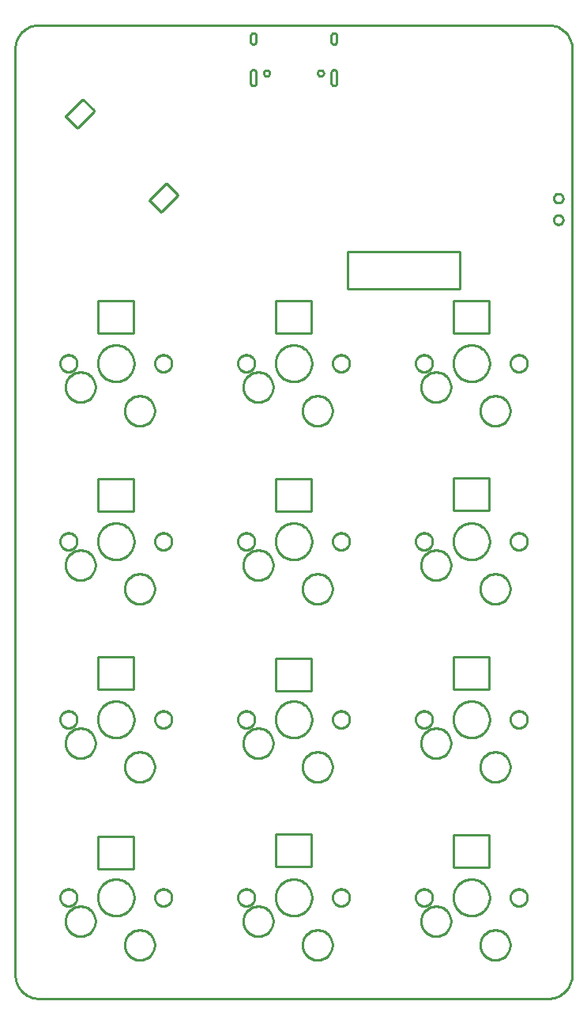
<source format=gbr>
G04 EAGLE Gerber RS-274X export*
G75*
%MOMM*%
%FSLAX34Y34*%
%LPD*%
%IN*%
%IPPOS*%
%AMOC8*
5,1,8,0,0,1.08239X$1,22.5*%
G01*
%ADD10C,0.254000*%


D10*
X0Y25400D02*
X97Y23186D01*
X386Y20989D01*
X865Y18826D01*
X1532Y16713D01*
X2380Y14666D01*
X3403Y12700D01*
X4594Y10831D01*
X5942Y9073D01*
X7440Y7440D01*
X9073Y5942D01*
X10831Y4594D01*
X12700Y3403D01*
X14666Y2380D01*
X16713Y1532D01*
X18826Y865D01*
X20989Y386D01*
X23186Y97D01*
X25400Y0D01*
X571500Y0D01*
X573714Y97D01*
X575911Y386D01*
X578074Y865D01*
X580187Y1532D01*
X582235Y2380D01*
X584200Y3403D01*
X586069Y4594D01*
X587827Y5942D01*
X589461Y7440D01*
X590958Y9073D01*
X592306Y10831D01*
X593497Y12700D01*
X594520Y14666D01*
X595368Y16713D01*
X596035Y18826D01*
X596514Y20989D01*
X596803Y23186D01*
X596900Y25400D01*
X596900Y1016000D01*
X596803Y1018214D01*
X596514Y1020411D01*
X596035Y1022574D01*
X595368Y1024687D01*
X594520Y1026735D01*
X593497Y1028700D01*
X592306Y1030569D01*
X590958Y1032327D01*
X589461Y1033961D01*
X587827Y1035458D01*
X586069Y1036806D01*
X584200Y1037997D01*
X582235Y1039020D01*
X580187Y1039868D01*
X578074Y1040535D01*
X575911Y1041014D01*
X573714Y1041303D01*
X571500Y1041400D01*
X25400Y1041400D01*
X23186Y1041303D01*
X20989Y1041014D01*
X18826Y1040535D01*
X16713Y1039868D01*
X14666Y1039020D01*
X12700Y1037997D01*
X10831Y1036806D01*
X9073Y1035458D01*
X7440Y1033961D01*
X5942Y1032327D01*
X4594Y1030569D01*
X3403Y1028700D01*
X2380Y1026735D01*
X1532Y1024687D01*
X865Y1022574D01*
X386Y1020411D01*
X97Y1018214D01*
X0Y1016000D01*
X0Y25400D01*
X88680Y138940D02*
X127220Y138940D01*
X127220Y173480D01*
X88680Y173480D01*
X88680Y138940D01*
X279180Y141480D02*
X317720Y141480D01*
X317720Y176020D01*
X279180Y176020D01*
X279180Y141480D01*
X469680Y140210D02*
X508220Y140210D01*
X508220Y174750D01*
X469680Y174750D01*
X469680Y140210D01*
X88680Y330710D02*
X127220Y330710D01*
X127220Y365250D01*
X88680Y365250D01*
X88680Y330710D01*
X279180Y329440D02*
X317720Y329440D01*
X317720Y363980D01*
X279180Y363980D01*
X279180Y329440D01*
X469680Y711710D02*
X508220Y711710D01*
X508220Y746250D01*
X469680Y746250D01*
X469680Y711710D01*
X279180Y711710D02*
X317720Y711710D01*
X317720Y746250D01*
X279180Y746250D01*
X279180Y711710D01*
X88680Y711710D02*
X127220Y711710D01*
X127220Y746250D01*
X88680Y746250D01*
X88680Y711710D01*
X469680Y522480D02*
X508220Y522480D01*
X508220Y557020D01*
X469680Y557020D01*
X469680Y522480D01*
X279180Y521210D02*
X317720Y521210D01*
X317720Y555750D01*
X279180Y555750D01*
X279180Y521210D01*
X88680Y521210D02*
X127220Y521210D01*
X127220Y555750D01*
X88680Y555750D01*
X88680Y521210D01*
X469680Y330710D02*
X508220Y330710D01*
X508220Y365250D01*
X469680Y365250D01*
X469680Y330710D01*
X252250Y1023830D02*
X252261Y1023569D01*
X252296Y1023309D01*
X252352Y1023054D01*
X252431Y1022804D01*
X252531Y1022562D01*
X252652Y1022330D01*
X252793Y1022109D01*
X252952Y1021902D01*
X253129Y1021709D01*
X253322Y1021532D01*
X253529Y1021373D01*
X253750Y1021232D01*
X253982Y1021111D01*
X254224Y1021011D01*
X254474Y1020932D01*
X254729Y1020876D01*
X254989Y1020841D01*
X255250Y1020830D01*
X255511Y1020841D01*
X255771Y1020876D01*
X256026Y1020932D01*
X256276Y1021011D01*
X256518Y1021111D01*
X256750Y1021232D01*
X256971Y1021373D01*
X257178Y1021532D01*
X257371Y1021709D01*
X257548Y1021902D01*
X257707Y1022109D01*
X257848Y1022330D01*
X257969Y1022562D01*
X258069Y1022804D01*
X258148Y1023054D01*
X258204Y1023309D01*
X258239Y1023569D01*
X258250Y1023830D01*
X258250Y1029830D01*
X258239Y1030091D01*
X258204Y1030351D01*
X258148Y1030606D01*
X258069Y1030856D01*
X257969Y1031098D01*
X257848Y1031330D01*
X257707Y1031551D01*
X257548Y1031758D01*
X257371Y1031951D01*
X257178Y1032128D01*
X256971Y1032287D01*
X256750Y1032428D01*
X256518Y1032549D01*
X256276Y1032649D01*
X256026Y1032728D01*
X255771Y1032784D01*
X255511Y1032819D01*
X255250Y1032830D01*
X254989Y1032819D01*
X254729Y1032784D01*
X254474Y1032728D01*
X254224Y1032649D01*
X253982Y1032549D01*
X253750Y1032428D01*
X253529Y1032287D01*
X253322Y1032128D01*
X253129Y1031951D01*
X252952Y1031758D01*
X252793Y1031551D01*
X252652Y1031330D01*
X252531Y1031098D01*
X252431Y1030856D01*
X252352Y1030606D01*
X252296Y1030351D01*
X252261Y1030091D01*
X252250Y1029830D01*
X252250Y1023830D01*
X338650Y1023830D02*
X338661Y1023569D01*
X338696Y1023309D01*
X338752Y1023054D01*
X338831Y1022804D01*
X338931Y1022562D01*
X339052Y1022330D01*
X339193Y1022109D01*
X339352Y1021902D01*
X339529Y1021709D01*
X339722Y1021532D01*
X339929Y1021373D01*
X340150Y1021232D01*
X340382Y1021111D01*
X340624Y1021011D01*
X340874Y1020932D01*
X341129Y1020876D01*
X341389Y1020841D01*
X341650Y1020830D01*
X341911Y1020841D01*
X342171Y1020876D01*
X342426Y1020932D01*
X342676Y1021011D01*
X342918Y1021111D01*
X343150Y1021232D01*
X343371Y1021373D01*
X343578Y1021532D01*
X343771Y1021709D01*
X343948Y1021902D01*
X344107Y1022109D01*
X344248Y1022330D01*
X344369Y1022562D01*
X344469Y1022804D01*
X344548Y1023054D01*
X344604Y1023309D01*
X344639Y1023569D01*
X344650Y1023830D01*
X344650Y1029830D01*
X344639Y1030091D01*
X344604Y1030351D01*
X344548Y1030606D01*
X344469Y1030856D01*
X344369Y1031098D01*
X344248Y1031330D01*
X344107Y1031551D01*
X343948Y1031758D01*
X343771Y1031951D01*
X343578Y1032128D01*
X343371Y1032287D01*
X343150Y1032428D01*
X342918Y1032549D01*
X342676Y1032649D01*
X342426Y1032728D01*
X342171Y1032784D01*
X341911Y1032819D01*
X341650Y1032830D01*
X341389Y1032819D01*
X341129Y1032784D01*
X340874Y1032728D01*
X340624Y1032649D01*
X340382Y1032549D01*
X340150Y1032428D01*
X339929Y1032287D01*
X339722Y1032128D01*
X339529Y1031951D01*
X339352Y1031758D01*
X339193Y1031551D01*
X339052Y1031330D01*
X338931Y1031098D01*
X338831Y1030856D01*
X338752Y1030606D01*
X338696Y1030351D01*
X338661Y1030091D01*
X338650Y1029830D01*
X338650Y1023830D01*
X252250Y979530D02*
X252261Y979269D01*
X252296Y979009D01*
X252352Y978754D01*
X252431Y978504D01*
X252531Y978262D01*
X252652Y978030D01*
X252793Y977809D01*
X252952Y977602D01*
X253129Y977409D01*
X253322Y977232D01*
X253529Y977073D01*
X253750Y976932D01*
X253982Y976811D01*
X254224Y976711D01*
X254474Y976632D01*
X254729Y976576D01*
X254989Y976541D01*
X255250Y976530D01*
X255511Y976541D01*
X255771Y976576D01*
X256026Y976632D01*
X256276Y976711D01*
X256518Y976811D01*
X256750Y976932D01*
X256971Y977073D01*
X257178Y977232D01*
X257371Y977409D01*
X257548Y977602D01*
X257707Y977809D01*
X257848Y978030D01*
X257969Y978262D01*
X258069Y978504D01*
X258148Y978754D01*
X258204Y979009D01*
X258239Y979269D01*
X258250Y979530D01*
X258250Y990530D01*
X258239Y990791D01*
X258204Y991051D01*
X258148Y991306D01*
X258069Y991556D01*
X257969Y991798D01*
X257848Y992030D01*
X257707Y992251D01*
X257548Y992458D01*
X257371Y992651D01*
X257178Y992828D01*
X256971Y992987D01*
X256750Y993128D01*
X256518Y993249D01*
X256276Y993349D01*
X256026Y993428D01*
X255771Y993484D01*
X255511Y993519D01*
X255250Y993530D01*
X254989Y993519D01*
X254729Y993484D01*
X254474Y993428D01*
X254224Y993349D01*
X253982Y993249D01*
X253750Y993128D01*
X253529Y992987D01*
X253322Y992828D01*
X253129Y992651D01*
X252952Y992458D01*
X252793Y992251D01*
X252652Y992030D01*
X252531Y991798D01*
X252431Y991556D01*
X252352Y991306D01*
X252296Y991051D01*
X252261Y990791D01*
X252250Y990530D01*
X252250Y979530D01*
X338650Y979530D02*
X338661Y979269D01*
X338696Y979009D01*
X338752Y978754D01*
X338831Y978504D01*
X338931Y978262D01*
X339052Y978030D01*
X339193Y977809D01*
X339352Y977602D01*
X339529Y977409D01*
X339722Y977232D01*
X339929Y977073D01*
X340150Y976932D01*
X340382Y976811D01*
X340624Y976711D01*
X340874Y976632D01*
X341129Y976576D01*
X341389Y976541D01*
X341650Y976530D01*
X341911Y976541D01*
X342171Y976576D01*
X342426Y976632D01*
X342676Y976711D01*
X342918Y976811D01*
X343150Y976932D01*
X343371Y977073D01*
X343578Y977232D01*
X343771Y977409D01*
X343948Y977602D01*
X344107Y977809D01*
X344248Y978030D01*
X344369Y978262D01*
X344469Y978504D01*
X344548Y978754D01*
X344604Y979009D01*
X344639Y979269D01*
X344650Y979530D01*
X344650Y990530D01*
X344639Y990791D01*
X344604Y991051D01*
X344548Y991306D01*
X344469Y991556D01*
X344369Y991798D01*
X344248Y992030D01*
X344107Y992251D01*
X343948Y992458D01*
X343771Y992651D01*
X343578Y992828D01*
X343371Y992987D01*
X343150Y993128D01*
X342918Y993249D01*
X342676Y993349D01*
X342426Y993428D01*
X342171Y993484D01*
X341911Y993519D01*
X341650Y993530D01*
X341389Y993519D01*
X341129Y993484D01*
X340874Y993428D01*
X340624Y993349D01*
X340382Y993249D01*
X340150Y993128D01*
X339929Y992987D01*
X339722Y992828D01*
X339529Y992651D01*
X339352Y992458D01*
X339193Y992251D01*
X339052Y992030D01*
X338931Y991798D01*
X338831Y991556D01*
X338752Y991306D01*
X338696Y991051D01*
X338661Y990791D01*
X338650Y990530D01*
X338650Y979530D01*
X144352Y853263D02*
X155666Y841949D01*
X155730Y841891D01*
X155799Y841837D01*
X155873Y841791D01*
X155950Y841750D01*
X156031Y841717D01*
X156114Y841691D01*
X156199Y841672D01*
X156286Y841660D01*
X156373Y841657D01*
X156460Y841660D01*
X156547Y841672D01*
X156632Y841691D01*
X156715Y841717D01*
X156795Y841750D01*
X156873Y841791D01*
X156946Y841837D01*
X157016Y841891D01*
X157080Y841949D01*
X174051Y858920D01*
X174109Y858984D01*
X174163Y859054D01*
X174209Y859127D01*
X174250Y859205D01*
X174283Y859285D01*
X174309Y859368D01*
X174328Y859454D01*
X174340Y859540D01*
X174343Y859627D01*
X174340Y859714D01*
X174328Y859801D01*
X174309Y859886D01*
X174283Y859969D01*
X174250Y860050D01*
X174209Y860127D01*
X174163Y860201D01*
X174109Y860270D01*
X174051Y860334D01*
X162737Y871648D01*
X162673Y871707D01*
X162603Y871760D01*
X162530Y871807D01*
X162452Y871847D01*
X162372Y871881D01*
X162289Y871907D01*
X162203Y871926D01*
X162117Y871937D01*
X162030Y871941D01*
X161943Y871937D01*
X161856Y871926D01*
X161771Y871907D01*
X161688Y871881D01*
X161607Y871847D01*
X161530Y871807D01*
X161456Y871760D01*
X161387Y871707D01*
X161323Y871648D01*
X144352Y854677D01*
X144293Y854613D01*
X144240Y854544D01*
X144193Y854470D01*
X144153Y854393D01*
X144119Y854312D01*
X144093Y854229D01*
X144074Y854144D01*
X144063Y854057D01*
X144059Y853970D01*
X144063Y853883D01*
X144074Y853797D01*
X144093Y853711D01*
X144119Y853628D01*
X144153Y853548D01*
X144193Y853470D01*
X144240Y853397D01*
X144293Y853327D01*
X144352Y853263D01*
X54550Y943066D02*
X65863Y931752D01*
X65928Y931693D01*
X65997Y931640D01*
X66070Y931593D01*
X66148Y931553D01*
X66228Y931519D01*
X66311Y931493D01*
X66397Y931474D01*
X66483Y931463D01*
X66570Y931459D01*
X66657Y931463D01*
X66744Y931474D01*
X66829Y931493D01*
X66912Y931519D01*
X66993Y931553D01*
X67070Y931593D01*
X67144Y931640D01*
X67213Y931693D01*
X67277Y931752D01*
X84248Y948723D01*
X84307Y948787D01*
X84360Y948856D01*
X84407Y948930D01*
X84447Y949007D01*
X84481Y949088D01*
X84507Y949171D01*
X84526Y949256D01*
X84537Y949343D01*
X84541Y949430D01*
X84537Y949517D01*
X84526Y949603D01*
X84507Y949689D01*
X84481Y949772D01*
X84447Y949852D01*
X84407Y949930D01*
X84360Y950003D01*
X84307Y950073D01*
X84248Y950137D01*
X72934Y961451D01*
X72870Y961509D01*
X72801Y961563D01*
X72727Y961609D01*
X72650Y961650D01*
X72569Y961683D01*
X72486Y961709D01*
X72401Y961728D01*
X72314Y961740D01*
X72227Y961743D01*
X72140Y961740D01*
X72054Y961728D01*
X71968Y961709D01*
X71885Y961683D01*
X71805Y961650D01*
X71727Y961609D01*
X71654Y961563D01*
X71584Y961509D01*
X71520Y961451D01*
X54550Y944480D01*
X54491Y944416D01*
X54437Y944346D01*
X54391Y944273D01*
X54350Y944195D01*
X54317Y944115D01*
X54291Y944032D01*
X54272Y943946D01*
X54260Y943860D01*
X54257Y943773D01*
X54260Y943686D01*
X54272Y943599D01*
X54291Y943514D01*
X54317Y943431D01*
X54350Y943350D01*
X54391Y943273D01*
X54437Y943199D01*
X54491Y943130D01*
X54550Y943066D01*
X356560Y759085D02*
X476560Y759085D01*
X476560Y799085D01*
X356560Y799085D01*
X356560Y759085D01*
X508450Y108539D02*
X508379Y109716D01*
X508237Y110885D01*
X508024Y112045D01*
X507742Y113189D01*
X507392Y114314D01*
X506974Y115416D01*
X506490Y116490D01*
X505943Y117534D01*
X505333Y118542D01*
X504663Y119512D01*
X503937Y120440D01*
X503155Y121322D01*
X502322Y122155D01*
X501440Y122937D01*
X500512Y123663D01*
X499542Y124333D01*
X498534Y124943D01*
X497490Y125490D01*
X496416Y125974D01*
X495314Y126392D01*
X494189Y126742D01*
X493045Y127024D01*
X491885Y127237D01*
X490716Y127379D01*
X489539Y127450D01*
X488361Y127450D01*
X487184Y127379D01*
X486015Y127237D01*
X484855Y127024D01*
X483711Y126742D01*
X482586Y126392D01*
X481484Y125974D01*
X480410Y125490D01*
X479366Y124943D01*
X478358Y124333D01*
X477388Y123663D01*
X476460Y122937D01*
X475578Y122155D01*
X474745Y121322D01*
X473963Y120440D01*
X473237Y119512D01*
X472567Y118542D01*
X471957Y117534D01*
X471410Y116490D01*
X470926Y115416D01*
X470508Y114314D01*
X470158Y113189D01*
X469876Y112045D01*
X469663Y110885D01*
X469521Y109716D01*
X469450Y108539D01*
X469450Y107361D01*
X469521Y106184D01*
X469663Y105015D01*
X469876Y103855D01*
X470158Y102711D01*
X470508Y101586D01*
X470926Y100484D01*
X471410Y99410D01*
X471957Y98366D01*
X472567Y97358D01*
X473237Y96388D01*
X473963Y95460D01*
X474745Y94578D01*
X475578Y93745D01*
X476460Y92963D01*
X477388Y92237D01*
X478358Y91567D01*
X479366Y90957D01*
X480410Y90410D01*
X481484Y89926D01*
X482586Y89508D01*
X483711Y89158D01*
X484855Y88876D01*
X486015Y88663D01*
X487184Y88521D01*
X488361Y88450D01*
X489539Y88450D01*
X490716Y88521D01*
X491885Y88663D01*
X493045Y88876D01*
X494189Y89158D01*
X495314Y89508D01*
X496416Y89926D01*
X497490Y90410D01*
X498534Y90957D01*
X499542Y91567D01*
X500512Y92237D01*
X501440Y92963D01*
X502322Y93745D01*
X503155Y94578D01*
X503937Y95460D01*
X504663Y96388D01*
X505333Y97358D01*
X505943Y98366D01*
X506490Y99410D01*
X506974Y100484D01*
X507392Y101586D01*
X507742Y102711D01*
X508024Y103855D01*
X508237Y105015D01*
X508379Y106184D01*
X508450Y107361D01*
X508450Y108539D01*
X530350Y57674D02*
X530282Y58719D01*
X530145Y59758D01*
X529940Y60785D01*
X529669Y61797D01*
X529333Y62789D01*
X528932Y63757D01*
X528468Y64696D01*
X527945Y65604D01*
X527363Y66475D01*
X526725Y67306D01*
X526034Y68093D01*
X525293Y68834D01*
X524506Y69525D01*
X523675Y70163D01*
X522804Y70745D01*
X521896Y71268D01*
X520957Y71732D01*
X519989Y72133D01*
X518997Y72469D01*
X517985Y72740D01*
X516958Y72945D01*
X515919Y73082D01*
X514874Y73150D01*
X513826Y73150D01*
X512781Y73082D01*
X511742Y72945D01*
X510715Y72740D01*
X509703Y72469D01*
X508711Y72133D01*
X507743Y71732D01*
X506804Y71268D01*
X505896Y70745D01*
X505025Y70163D01*
X504194Y69525D01*
X503407Y68834D01*
X502666Y68093D01*
X501975Y67306D01*
X501338Y66475D01*
X500756Y65604D01*
X500232Y64696D01*
X499768Y63757D01*
X499367Y62789D01*
X499031Y61797D01*
X498760Y60785D01*
X498555Y59758D01*
X498419Y58719D01*
X498350Y57674D01*
X498350Y56626D01*
X498419Y55581D01*
X498555Y54542D01*
X498760Y53515D01*
X499031Y52503D01*
X499367Y51511D01*
X499768Y50543D01*
X500232Y49604D01*
X500756Y48696D01*
X501338Y47825D01*
X501975Y46994D01*
X502666Y46207D01*
X503407Y45466D01*
X504194Y44775D01*
X505025Y44138D01*
X505896Y43556D01*
X506804Y43032D01*
X507743Y42568D01*
X508711Y42167D01*
X509703Y41831D01*
X510715Y41560D01*
X511742Y41355D01*
X512781Y41219D01*
X513826Y41150D01*
X514874Y41150D01*
X515919Y41219D01*
X516958Y41355D01*
X517985Y41560D01*
X518997Y41831D01*
X519989Y42167D01*
X520957Y42568D01*
X521896Y43032D01*
X522804Y43556D01*
X523675Y44138D01*
X524506Y44775D01*
X525293Y45466D01*
X526034Y46207D01*
X526725Y46994D01*
X527363Y47825D01*
X527945Y48696D01*
X528468Y49604D01*
X528932Y50543D01*
X529333Y51511D01*
X529669Y52503D01*
X529940Y53515D01*
X530145Y54542D01*
X530282Y55581D01*
X530350Y56626D01*
X530350Y57674D01*
X466850Y83074D02*
X466782Y84119D01*
X466645Y85158D01*
X466440Y86185D01*
X466169Y87197D01*
X465833Y88189D01*
X465432Y89157D01*
X464968Y90096D01*
X464445Y91004D01*
X463863Y91875D01*
X463225Y92706D01*
X462534Y93493D01*
X461793Y94234D01*
X461006Y94925D01*
X460175Y95563D01*
X459304Y96145D01*
X458396Y96668D01*
X457457Y97132D01*
X456489Y97533D01*
X455497Y97869D01*
X454485Y98140D01*
X453458Y98345D01*
X452419Y98482D01*
X451374Y98550D01*
X450326Y98550D01*
X449281Y98482D01*
X448242Y98345D01*
X447215Y98140D01*
X446203Y97869D01*
X445211Y97533D01*
X444243Y97132D01*
X443304Y96668D01*
X442396Y96145D01*
X441525Y95563D01*
X440694Y94925D01*
X439907Y94234D01*
X439166Y93493D01*
X438475Y92706D01*
X437838Y91875D01*
X437256Y91004D01*
X436732Y90096D01*
X436268Y89157D01*
X435867Y88189D01*
X435531Y87197D01*
X435260Y86185D01*
X435055Y85158D01*
X434919Y84119D01*
X434850Y83074D01*
X434850Y82026D01*
X434919Y80981D01*
X435055Y79942D01*
X435260Y78915D01*
X435531Y77903D01*
X435867Y76911D01*
X436268Y75943D01*
X436732Y75004D01*
X437256Y74096D01*
X437838Y73225D01*
X438475Y72394D01*
X439166Y71607D01*
X439907Y70866D01*
X440694Y70175D01*
X441525Y69538D01*
X442396Y68956D01*
X443304Y68432D01*
X444243Y67968D01*
X445211Y67567D01*
X446203Y67231D01*
X447215Y66960D01*
X448242Y66755D01*
X449281Y66619D01*
X450326Y66550D01*
X451374Y66550D01*
X452419Y66619D01*
X453458Y66755D01*
X454485Y66960D01*
X455497Y67231D01*
X456489Y67567D01*
X457457Y67968D01*
X458396Y68432D01*
X459304Y68956D01*
X460175Y69538D01*
X461006Y70175D01*
X461793Y70866D01*
X462534Y71607D01*
X463225Y72394D01*
X463863Y73225D01*
X464445Y74096D01*
X464968Y75004D01*
X465432Y75943D01*
X465833Y76911D01*
X466169Y77903D01*
X466440Y78915D01*
X466645Y79942D01*
X466782Y80981D01*
X466850Y82026D01*
X466850Y83074D01*
X548818Y108346D02*
X548749Y109135D01*
X548611Y109914D01*
X548406Y110679D01*
X548135Y111423D01*
X547801Y112141D01*
X547405Y112827D01*
X546951Y113475D01*
X546442Y114082D01*
X545882Y114642D01*
X545275Y115151D01*
X544627Y115605D01*
X543941Y116001D01*
X543223Y116335D01*
X542479Y116606D01*
X541714Y116811D01*
X540935Y116949D01*
X540146Y117018D01*
X539354Y117018D01*
X538565Y116949D01*
X537786Y116811D01*
X537021Y116606D01*
X536277Y116335D01*
X535559Y116001D01*
X534873Y115605D01*
X534225Y115151D01*
X533618Y114642D01*
X533058Y114082D01*
X532549Y113475D01*
X532095Y112827D01*
X531699Y112141D01*
X531365Y111423D01*
X531094Y110679D01*
X530889Y109914D01*
X530752Y109135D01*
X530683Y108346D01*
X530683Y107554D01*
X530752Y106765D01*
X530889Y105986D01*
X531094Y105221D01*
X531365Y104477D01*
X531699Y103759D01*
X532095Y103073D01*
X532549Y102425D01*
X533058Y101818D01*
X533618Y101258D01*
X534225Y100749D01*
X534873Y100295D01*
X535559Y99899D01*
X536277Y99565D01*
X537021Y99294D01*
X537786Y99089D01*
X538565Y98952D01*
X539354Y98883D01*
X540146Y98883D01*
X540935Y98952D01*
X541714Y99089D01*
X542479Y99294D01*
X543223Y99565D01*
X543941Y99899D01*
X544627Y100295D01*
X545275Y100749D01*
X545882Y101258D01*
X546442Y101818D01*
X546951Y102425D01*
X547405Y103073D01*
X547801Y103759D01*
X548135Y104477D01*
X548406Y105221D01*
X548611Y105986D01*
X548749Y106765D01*
X548818Y107554D01*
X548818Y108346D01*
X447218Y108346D02*
X447149Y109135D01*
X447011Y109914D01*
X446806Y110679D01*
X446535Y111423D01*
X446201Y112141D01*
X445805Y112827D01*
X445351Y113475D01*
X444842Y114082D01*
X444282Y114642D01*
X443675Y115151D01*
X443027Y115605D01*
X442341Y116001D01*
X441623Y116335D01*
X440879Y116606D01*
X440114Y116811D01*
X439335Y116949D01*
X438546Y117018D01*
X437754Y117018D01*
X436965Y116949D01*
X436186Y116811D01*
X435421Y116606D01*
X434677Y116335D01*
X433959Y116001D01*
X433273Y115605D01*
X432625Y115151D01*
X432018Y114642D01*
X431458Y114082D01*
X430949Y113475D01*
X430495Y112827D01*
X430099Y112141D01*
X429765Y111423D01*
X429494Y110679D01*
X429289Y109914D01*
X429152Y109135D01*
X429083Y108346D01*
X429083Y107554D01*
X429152Y106765D01*
X429289Y105986D01*
X429494Y105221D01*
X429765Y104477D01*
X430099Y103759D01*
X430495Y103073D01*
X430949Y102425D01*
X431458Y101818D01*
X432018Y101258D01*
X432625Y100749D01*
X433273Y100295D01*
X433959Y99899D01*
X434677Y99565D01*
X435421Y99294D01*
X436186Y99089D01*
X436965Y98952D01*
X437754Y98883D01*
X438546Y98883D01*
X439335Y98952D01*
X440114Y99089D01*
X440879Y99294D01*
X441623Y99565D01*
X442341Y99899D01*
X443027Y100295D01*
X443675Y100749D01*
X444282Y101258D01*
X444842Y101818D01*
X445351Y102425D01*
X445805Y103073D01*
X446201Y103759D01*
X446535Y104477D01*
X446806Y105221D01*
X447011Y105986D01*
X447149Y106765D01*
X447218Y107554D01*
X447218Y108346D01*
X317950Y108539D02*
X317879Y109716D01*
X317737Y110885D01*
X317524Y112045D01*
X317242Y113189D01*
X316892Y114314D01*
X316474Y115416D01*
X315990Y116490D01*
X315443Y117534D01*
X314833Y118542D01*
X314163Y119512D01*
X313437Y120440D01*
X312655Y121322D01*
X311822Y122155D01*
X310940Y122937D01*
X310012Y123663D01*
X309042Y124333D01*
X308034Y124943D01*
X306990Y125490D01*
X305916Y125974D01*
X304814Y126392D01*
X303689Y126742D01*
X302545Y127024D01*
X301385Y127237D01*
X300216Y127379D01*
X299039Y127450D01*
X297861Y127450D01*
X296684Y127379D01*
X295515Y127237D01*
X294355Y127024D01*
X293211Y126742D01*
X292086Y126392D01*
X290984Y125974D01*
X289910Y125490D01*
X288866Y124943D01*
X287858Y124333D01*
X286888Y123663D01*
X285960Y122937D01*
X285078Y122155D01*
X284245Y121322D01*
X283463Y120440D01*
X282737Y119512D01*
X282067Y118542D01*
X281457Y117534D01*
X280910Y116490D01*
X280426Y115416D01*
X280008Y114314D01*
X279658Y113189D01*
X279376Y112045D01*
X279163Y110885D01*
X279021Y109716D01*
X278950Y108539D01*
X278950Y107361D01*
X279021Y106184D01*
X279163Y105015D01*
X279376Y103855D01*
X279658Y102711D01*
X280008Y101586D01*
X280426Y100484D01*
X280910Y99410D01*
X281457Y98366D01*
X282067Y97358D01*
X282737Y96388D01*
X283463Y95460D01*
X284245Y94578D01*
X285078Y93745D01*
X285960Y92963D01*
X286888Y92237D01*
X287858Y91567D01*
X288866Y90957D01*
X289910Y90410D01*
X290984Y89926D01*
X292086Y89508D01*
X293211Y89158D01*
X294355Y88876D01*
X295515Y88663D01*
X296684Y88521D01*
X297861Y88450D01*
X299039Y88450D01*
X300216Y88521D01*
X301385Y88663D01*
X302545Y88876D01*
X303689Y89158D01*
X304814Y89508D01*
X305916Y89926D01*
X306990Y90410D01*
X308034Y90957D01*
X309042Y91567D01*
X310012Y92237D01*
X310940Y92963D01*
X311822Y93745D01*
X312655Y94578D01*
X313437Y95460D01*
X314163Y96388D01*
X314833Y97358D01*
X315443Y98366D01*
X315990Y99410D01*
X316474Y100484D01*
X316892Y101586D01*
X317242Y102711D01*
X317524Y103855D01*
X317737Y105015D01*
X317879Y106184D01*
X317950Y107361D01*
X317950Y108539D01*
X339850Y57674D02*
X339782Y58719D01*
X339645Y59758D01*
X339440Y60785D01*
X339169Y61797D01*
X338833Y62789D01*
X338432Y63757D01*
X337968Y64696D01*
X337445Y65604D01*
X336863Y66475D01*
X336225Y67306D01*
X335534Y68093D01*
X334793Y68834D01*
X334006Y69525D01*
X333175Y70163D01*
X332304Y70745D01*
X331396Y71268D01*
X330457Y71732D01*
X329489Y72133D01*
X328497Y72469D01*
X327485Y72740D01*
X326458Y72945D01*
X325419Y73082D01*
X324374Y73150D01*
X323326Y73150D01*
X322281Y73082D01*
X321242Y72945D01*
X320215Y72740D01*
X319203Y72469D01*
X318211Y72133D01*
X317243Y71732D01*
X316304Y71268D01*
X315396Y70745D01*
X314525Y70163D01*
X313694Y69525D01*
X312907Y68834D01*
X312166Y68093D01*
X311475Y67306D01*
X310838Y66475D01*
X310256Y65604D01*
X309732Y64696D01*
X309268Y63757D01*
X308867Y62789D01*
X308531Y61797D01*
X308260Y60785D01*
X308055Y59758D01*
X307919Y58719D01*
X307850Y57674D01*
X307850Y56626D01*
X307919Y55581D01*
X308055Y54542D01*
X308260Y53515D01*
X308531Y52503D01*
X308867Y51511D01*
X309268Y50543D01*
X309732Y49604D01*
X310256Y48696D01*
X310838Y47825D01*
X311475Y46994D01*
X312166Y46207D01*
X312907Y45466D01*
X313694Y44775D01*
X314525Y44138D01*
X315396Y43556D01*
X316304Y43032D01*
X317243Y42568D01*
X318211Y42167D01*
X319203Y41831D01*
X320215Y41560D01*
X321242Y41355D01*
X322281Y41219D01*
X323326Y41150D01*
X324374Y41150D01*
X325419Y41219D01*
X326458Y41355D01*
X327485Y41560D01*
X328497Y41831D01*
X329489Y42167D01*
X330457Y42568D01*
X331396Y43032D01*
X332304Y43556D01*
X333175Y44138D01*
X334006Y44775D01*
X334793Y45466D01*
X335534Y46207D01*
X336225Y46994D01*
X336863Y47825D01*
X337445Y48696D01*
X337968Y49604D01*
X338432Y50543D01*
X338833Y51511D01*
X339169Y52503D01*
X339440Y53515D01*
X339645Y54542D01*
X339782Y55581D01*
X339850Y56626D01*
X339850Y57674D01*
X276350Y83074D02*
X276282Y84119D01*
X276145Y85158D01*
X275940Y86185D01*
X275669Y87197D01*
X275333Y88189D01*
X274932Y89157D01*
X274468Y90096D01*
X273945Y91004D01*
X273363Y91875D01*
X272725Y92706D01*
X272034Y93493D01*
X271293Y94234D01*
X270506Y94925D01*
X269675Y95563D01*
X268804Y96145D01*
X267896Y96668D01*
X266957Y97132D01*
X265989Y97533D01*
X264997Y97869D01*
X263985Y98140D01*
X262958Y98345D01*
X261919Y98482D01*
X260874Y98550D01*
X259826Y98550D01*
X258781Y98482D01*
X257742Y98345D01*
X256715Y98140D01*
X255703Y97869D01*
X254711Y97533D01*
X253743Y97132D01*
X252804Y96668D01*
X251896Y96145D01*
X251025Y95563D01*
X250194Y94925D01*
X249407Y94234D01*
X248666Y93493D01*
X247975Y92706D01*
X247338Y91875D01*
X246756Y91004D01*
X246232Y90096D01*
X245768Y89157D01*
X245367Y88189D01*
X245031Y87197D01*
X244760Y86185D01*
X244555Y85158D01*
X244419Y84119D01*
X244350Y83074D01*
X244350Y82026D01*
X244419Y80981D01*
X244555Y79942D01*
X244760Y78915D01*
X245031Y77903D01*
X245367Y76911D01*
X245768Y75943D01*
X246232Y75004D01*
X246756Y74096D01*
X247338Y73225D01*
X247975Y72394D01*
X248666Y71607D01*
X249407Y70866D01*
X250194Y70175D01*
X251025Y69538D01*
X251896Y68956D01*
X252804Y68432D01*
X253743Y67968D01*
X254711Y67567D01*
X255703Y67231D01*
X256715Y66960D01*
X257742Y66755D01*
X258781Y66619D01*
X259826Y66550D01*
X260874Y66550D01*
X261919Y66619D01*
X262958Y66755D01*
X263985Y66960D01*
X264997Y67231D01*
X265989Y67567D01*
X266957Y67968D01*
X267896Y68432D01*
X268804Y68956D01*
X269675Y69538D01*
X270506Y70175D01*
X271293Y70866D01*
X272034Y71607D01*
X272725Y72394D01*
X273363Y73225D01*
X273945Y74096D01*
X274468Y75004D01*
X274932Y75943D01*
X275333Y76911D01*
X275669Y77903D01*
X275940Y78915D01*
X276145Y79942D01*
X276282Y80981D01*
X276350Y82026D01*
X276350Y83074D01*
X358318Y108346D02*
X358249Y109135D01*
X358111Y109914D01*
X357906Y110679D01*
X357635Y111423D01*
X357301Y112141D01*
X356905Y112827D01*
X356451Y113475D01*
X355942Y114082D01*
X355382Y114642D01*
X354775Y115151D01*
X354127Y115605D01*
X353441Y116001D01*
X352723Y116335D01*
X351979Y116606D01*
X351214Y116811D01*
X350435Y116949D01*
X349646Y117018D01*
X348854Y117018D01*
X348065Y116949D01*
X347286Y116811D01*
X346521Y116606D01*
X345777Y116335D01*
X345059Y116001D01*
X344373Y115605D01*
X343725Y115151D01*
X343118Y114642D01*
X342558Y114082D01*
X342049Y113475D01*
X341595Y112827D01*
X341199Y112141D01*
X340865Y111423D01*
X340594Y110679D01*
X340389Y109914D01*
X340252Y109135D01*
X340183Y108346D01*
X340183Y107554D01*
X340252Y106765D01*
X340389Y105986D01*
X340594Y105221D01*
X340865Y104477D01*
X341199Y103759D01*
X341595Y103073D01*
X342049Y102425D01*
X342558Y101818D01*
X343118Y101258D01*
X343725Y100749D01*
X344373Y100295D01*
X345059Y99899D01*
X345777Y99565D01*
X346521Y99294D01*
X347286Y99089D01*
X348065Y98952D01*
X348854Y98883D01*
X349646Y98883D01*
X350435Y98952D01*
X351214Y99089D01*
X351979Y99294D01*
X352723Y99565D01*
X353441Y99899D01*
X354127Y100295D01*
X354775Y100749D01*
X355382Y101258D01*
X355942Y101818D01*
X356451Y102425D01*
X356905Y103073D01*
X357301Y103759D01*
X357635Y104477D01*
X357906Y105221D01*
X358111Y105986D01*
X358249Y106765D01*
X358318Y107554D01*
X358318Y108346D01*
X256718Y108346D02*
X256649Y109135D01*
X256511Y109914D01*
X256306Y110679D01*
X256035Y111423D01*
X255701Y112141D01*
X255305Y112827D01*
X254851Y113475D01*
X254342Y114082D01*
X253782Y114642D01*
X253175Y115151D01*
X252527Y115605D01*
X251841Y116001D01*
X251123Y116335D01*
X250379Y116606D01*
X249614Y116811D01*
X248835Y116949D01*
X248046Y117018D01*
X247254Y117018D01*
X246465Y116949D01*
X245686Y116811D01*
X244921Y116606D01*
X244177Y116335D01*
X243459Y116001D01*
X242773Y115605D01*
X242125Y115151D01*
X241518Y114642D01*
X240958Y114082D01*
X240449Y113475D01*
X239995Y112827D01*
X239599Y112141D01*
X239265Y111423D01*
X238994Y110679D01*
X238789Y109914D01*
X238652Y109135D01*
X238583Y108346D01*
X238583Y107554D01*
X238652Y106765D01*
X238789Y105986D01*
X238994Y105221D01*
X239265Y104477D01*
X239599Y103759D01*
X239995Y103073D01*
X240449Y102425D01*
X240958Y101818D01*
X241518Y101258D01*
X242125Y100749D01*
X242773Y100295D01*
X243459Y99899D01*
X244177Y99565D01*
X244921Y99294D01*
X245686Y99089D01*
X246465Y98952D01*
X247254Y98883D01*
X248046Y98883D01*
X248835Y98952D01*
X249614Y99089D01*
X250379Y99294D01*
X251123Y99565D01*
X251841Y99899D01*
X252527Y100295D01*
X253175Y100749D01*
X253782Y101258D01*
X254342Y101818D01*
X254851Y102425D01*
X255305Y103073D01*
X255701Y103759D01*
X256035Y104477D01*
X256306Y105221D01*
X256511Y105986D01*
X256649Y106765D01*
X256718Y107554D01*
X256718Y108346D01*
X127450Y108539D02*
X127379Y109716D01*
X127237Y110885D01*
X127024Y112045D01*
X126742Y113189D01*
X126392Y114314D01*
X125974Y115416D01*
X125490Y116490D01*
X124943Y117534D01*
X124333Y118542D01*
X123663Y119512D01*
X122937Y120440D01*
X122155Y121322D01*
X121322Y122155D01*
X120440Y122937D01*
X119512Y123663D01*
X118542Y124333D01*
X117534Y124943D01*
X116490Y125490D01*
X115416Y125974D01*
X114314Y126392D01*
X113189Y126742D01*
X112045Y127024D01*
X110885Y127237D01*
X109716Y127379D01*
X108539Y127450D01*
X107361Y127450D01*
X106184Y127379D01*
X105015Y127237D01*
X103855Y127024D01*
X102711Y126742D01*
X101586Y126392D01*
X100484Y125974D01*
X99410Y125490D01*
X98366Y124943D01*
X97358Y124333D01*
X96388Y123663D01*
X95460Y122937D01*
X94578Y122155D01*
X93745Y121322D01*
X92963Y120440D01*
X92237Y119512D01*
X91567Y118542D01*
X90957Y117534D01*
X90410Y116490D01*
X89926Y115416D01*
X89508Y114314D01*
X89158Y113189D01*
X88876Y112045D01*
X88663Y110885D01*
X88521Y109716D01*
X88450Y108539D01*
X88450Y107361D01*
X88521Y106184D01*
X88663Y105015D01*
X88876Y103855D01*
X89158Y102711D01*
X89508Y101586D01*
X89926Y100484D01*
X90410Y99410D01*
X90957Y98366D01*
X91567Y97358D01*
X92237Y96388D01*
X92963Y95460D01*
X93745Y94578D01*
X94578Y93745D01*
X95460Y92963D01*
X96388Y92237D01*
X97358Y91567D01*
X98366Y90957D01*
X99410Y90410D01*
X100484Y89926D01*
X101586Y89508D01*
X102711Y89158D01*
X103855Y88876D01*
X105015Y88663D01*
X106184Y88521D01*
X107361Y88450D01*
X108539Y88450D01*
X109716Y88521D01*
X110885Y88663D01*
X112045Y88876D01*
X113189Y89158D01*
X114314Y89508D01*
X115416Y89926D01*
X116490Y90410D01*
X117534Y90957D01*
X118542Y91567D01*
X119512Y92237D01*
X120440Y92963D01*
X121322Y93745D01*
X122155Y94578D01*
X122937Y95460D01*
X123663Y96388D01*
X124333Y97358D01*
X124943Y98366D01*
X125490Y99410D01*
X125974Y100484D01*
X126392Y101586D01*
X126742Y102711D01*
X127024Y103855D01*
X127237Y105015D01*
X127379Y106184D01*
X127450Y107361D01*
X127450Y108539D01*
X149350Y57674D02*
X149282Y58719D01*
X149145Y59758D01*
X148940Y60785D01*
X148669Y61797D01*
X148333Y62789D01*
X147932Y63757D01*
X147468Y64696D01*
X146945Y65604D01*
X146363Y66475D01*
X145725Y67306D01*
X145034Y68093D01*
X144293Y68834D01*
X143506Y69525D01*
X142675Y70163D01*
X141804Y70745D01*
X140896Y71268D01*
X139957Y71732D01*
X138989Y72133D01*
X137997Y72469D01*
X136985Y72740D01*
X135958Y72945D01*
X134919Y73082D01*
X133874Y73150D01*
X132826Y73150D01*
X131781Y73082D01*
X130742Y72945D01*
X129715Y72740D01*
X128703Y72469D01*
X127711Y72133D01*
X126743Y71732D01*
X125804Y71268D01*
X124896Y70745D01*
X124025Y70163D01*
X123194Y69525D01*
X122407Y68834D01*
X121666Y68093D01*
X120975Y67306D01*
X120338Y66475D01*
X119756Y65604D01*
X119232Y64696D01*
X118768Y63757D01*
X118367Y62789D01*
X118031Y61797D01*
X117760Y60785D01*
X117555Y59758D01*
X117419Y58719D01*
X117350Y57674D01*
X117350Y56626D01*
X117419Y55581D01*
X117555Y54542D01*
X117760Y53515D01*
X118031Y52503D01*
X118367Y51511D01*
X118768Y50543D01*
X119232Y49604D01*
X119756Y48696D01*
X120338Y47825D01*
X120975Y46994D01*
X121666Y46207D01*
X122407Y45466D01*
X123194Y44775D01*
X124025Y44138D01*
X124896Y43556D01*
X125804Y43032D01*
X126743Y42568D01*
X127711Y42167D01*
X128703Y41831D01*
X129715Y41560D01*
X130742Y41355D01*
X131781Y41219D01*
X132826Y41150D01*
X133874Y41150D01*
X134919Y41219D01*
X135958Y41355D01*
X136985Y41560D01*
X137997Y41831D01*
X138989Y42167D01*
X139957Y42568D01*
X140896Y43032D01*
X141804Y43556D01*
X142675Y44138D01*
X143506Y44775D01*
X144293Y45466D01*
X145034Y46207D01*
X145725Y46994D01*
X146363Y47825D01*
X146945Y48696D01*
X147468Y49604D01*
X147932Y50543D01*
X148333Y51511D01*
X148669Y52503D01*
X148940Y53515D01*
X149145Y54542D01*
X149282Y55581D01*
X149350Y56626D01*
X149350Y57674D01*
X85850Y83074D02*
X85782Y84119D01*
X85645Y85158D01*
X85440Y86185D01*
X85169Y87197D01*
X84833Y88189D01*
X84432Y89157D01*
X83968Y90096D01*
X83445Y91004D01*
X82863Y91875D01*
X82225Y92706D01*
X81534Y93493D01*
X80793Y94234D01*
X80006Y94925D01*
X79175Y95563D01*
X78304Y96145D01*
X77396Y96668D01*
X76457Y97132D01*
X75489Y97533D01*
X74497Y97869D01*
X73485Y98140D01*
X72458Y98345D01*
X71419Y98482D01*
X70374Y98550D01*
X69326Y98550D01*
X68281Y98482D01*
X67242Y98345D01*
X66215Y98140D01*
X65203Y97869D01*
X64211Y97533D01*
X63243Y97132D01*
X62304Y96668D01*
X61396Y96145D01*
X60525Y95563D01*
X59694Y94925D01*
X58907Y94234D01*
X58166Y93493D01*
X57475Y92706D01*
X56838Y91875D01*
X56256Y91004D01*
X55732Y90096D01*
X55268Y89157D01*
X54867Y88189D01*
X54531Y87197D01*
X54260Y86185D01*
X54055Y85158D01*
X53919Y84119D01*
X53850Y83074D01*
X53850Y82026D01*
X53919Y80981D01*
X54055Y79942D01*
X54260Y78915D01*
X54531Y77903D01*
X54867Y76911D01*
X55268Y75943D01*
X55732Y75004D01*
X56256Y74096D01*
X56838Y73225D01*
X57475Y72394D01*
X58166Y71607D01*
X58907Y70866D01*
X59694Y70175D01*
X60525Y69538D01*
X61396Y68956D01*
X62304Y68432D01*
X63243Y67968D01*
X64211Y67567D01*
X65203Y67231D01*
X66215Y66960D01*
X67242Y66755D01*
X68281Y66619D01*
X69326Y66550D01*
X70374Y66550D01*
X71419Y66619D01*
X72458Y66755D01*
X73485Y66960D01*
X74497Y67231D01*
X75489Y67567D01*
X76457Y67968D01*
X77396Y68432D01*
X78304Y68956D01*
X79175Y69538D01*
X80006Y70175D01*
X80793Y70866D01*
X81534Y71607D01*
X82225Y72394D01*
X82863Y73225D01*
X83445Y74096D01*
X83968Y75004D01*
X84432Y75943D01*
X84833Y76911D01*
X85169Y77903D01*
X85440Y78915D01*
X85645Y79942D01*
X85782Y80981D01*
X85850Y82026D01*
X85850Y83074D01*
X167818Y108346D02*
X167749Y109135D01*
X167611Y109914D01*
X167406Y110679D01*
X167135Y111423D01*
X166801Y112141D01*
X166405Y112827D01*
X165951Y113475D01*
X165442Y114082D01*
X164882Y114642D01*
X164275Y115151D01*
X163627Y115605D01*
X162941Y116001D01*
X162223Y116335D01*
X161479Y116606D01*
X160714Y116811D01*
X159935Y116949D01*
X159146Y117018D01*
X158354Y117018D01*
X157565Y116949D01*
X156786Y116811D01*
X156021Y116606D01*
X155277Y116335D01*
X154559Y116001D01*
X153873Y115605D01*
X153225Y115151D01*
X152618Y114642D01*
X152058Y114082D01*
X151549Y113475D01*
X151095Y112827D01*
X150699Y112141D01*
X150365Y111423D01*
X150094Y110679D01*
X149889Y109914D01*
X149752Y109135D01*
X149683Y108346D01*
X149683Y107554D01*
X149752Y106765D01*
X149889Y105986D01*
X150094Y105221D01*
X150365Y104477D01*
X150699Y103759D01*
X151095Y103073D01*
X151549Y102425D01*
X152058Y101818D01*
X152618Y101258D01*
X153225Y100749D01*
X153873Y100295D01*
X154559Y99899D01*
X155277Y99565D01*
X156021Y99294D01*
X156786Y99089D01*
X157565Y98952D01*
X158354Y98883D01*
X159146Y98883D01*
X159935Y98952D01*
X160714Y99089D01*
X161479Y99294D01*
X162223Y99565D01*
X162941Y99899D01*
X163627Y100295D01*
X164275Y100749D01*
X164882Y101258D01*
X165442Y101818D01*
X165951Y102425D01*
X166405Y103073D01*
X166801Y103759D01*
X167135Y104477D01*
X167406Y105221D01*
X167611Y105986D01*
X167749Y106765D01*
X167818Y107554D01*
X167818Y108346D01*
X66218Y108346D02*
X66149Y109135D01*
X66011Y109914D01*
X65806Y110679D01*
X65535Y111423D01*
X65201Y112141D01*
X64805Y112827D01*
X64351Y113475D01*
X63842Y114082D01*
X63282Y114642D01*
X62675Y115151D01*
X62027Y115605D01*
X61341Y116001D01*
X60623Y116335D01*
X59879Y116606D01*
X59114Y116811D01*
X58335Y116949D01*
X57546Y117018D01*
X56754Y117018D01*
X55965Y116949D01*
X55186Y116811D01*
X54421Y116606D01*
X53677Y116335D01*
X52959Y116001D01*
X52273Y115605D01*
X51625Y115151D01*
X51018Y114642D01*
X50458Y114082D01*
X49949Y113475D01*
X49495Y112827D01*
X49099Y112141D01*
X48765Y111423D01*
X48494Y110679D01*
X48289Y109914D01*
X48152Y109135D01*
X48083Y108346D01*
X48083Y107554D01*
X48152Y106765D01*
X48289Y105986D01*
X48494Y105221D01*
X48765Y104477D01*
X49099Y103759D01*
X49495Y103073D01*
X49949Y102425D01*
X50458Y101818D01*
X51018Y101258D01*
X51625Y100749D01*
X52273Y100295D01*
X52959Y99899D01*
X53677Y99565D01*
X54421Y99294D01*
X55186Y99089D01*
X55965Y98952D01*
X56754Y98883D01*
X57546Y98883D01*
X58335Y98952D01*
X59114Y99089D01*
X59879Y99294D01*
X60623Y99565D01*
X61341Y99899D01*
X62027Y100295D01*
X62675Y100749D01*
X63282Y101258D01*
X63842Y101818D01*
X64351Y102425D01*
X64805Y103073D01*
X65201Y103759D01*
X65535Y104477D01*
X65806Y105221D01*
X66011Y105986D01*
X66149Y106765D01*
X66218Y107554D01*
X66218Y108346D01*
X127450Y299039D02*
X127379Y300216D01*
X127237Y301385D01*
X127024Y302545D01*
X126742Y303689D01*
X126392Y304814D01*
X125974Y305916D01*
X125490Y306990D01*
X124943Y308034D01*
X124333Y309042D01*
X123663Y310012D01*
X122937Y310940D01*
X122155Y311822D01*
X121322Y312655D01*
X120440Y313437D01*
X119512Y314163D01*
X118542Y314833D01*
X117534Y315443D01*
X116490Y315990D01*
X115416Y316474D01*
X114314Y316892D01*
X113189Y317242D01*
X112045Y317524D01*
X110885Y317737D01*
X109716Y317879D01*
X108539Y317950D01*
X107361Y317950D01*
X106184Y317879D01*
X105015Y317737D01*
X103855Y317524D01*
X102711Y317242D01*
X101586Y316892D01*
X100484Y316474D01*
X99410Y315990D01*
X98366Y315443D01*
X97358Y314833D01*
X96388Y314163D01*
X95460Y313437D01*
X94578Y312655D01*
X93745Y311822D01*
X92963Y310940D01*
X92237Y310012D01*
X91567Y309042D01*
X90957Y308034D01*
X90410Y306990D01*
X89926Y305916D01*
X89508Y304814D01*
X89158Y303689D01*
X88876Y302545D01*
X88663Y301385D01*
X88521Y300216D01*
X88450Y299039D01*
X88450Y297861D01*
X88521Y296684D01*
X88663Y295515D01*
X88876Y294355D01*
X89158Y293211D01*
X89508Y292086D01*
X89926Y290984D01*
X90410Y289910D01*
X90957Y288866D01*
X91567Y287858D01*
X92237Y286888D01*
X92963Y285960D01*
X93745Y285078D01*
X94578Y284245D01*
X95460Y283463D01*
X96388Y282737D01*
X97358Y282067D01*
X98366Y281457D01*
X99410Y280910D01*
X100484Y280426D01*
X101586Y280008D01*
X102711Y279658D01*
X103855Y279376D01*
X105015Y279163D01*
X106184Y279021D01*
X107361Y278950D01*
X108539Y278950D01*
X109716Y279021D01*
X110885Y279163D01*
X112045Y279376D01*
X113189Y279658D01*
X114314Y280008D01*
X115416Y280426D01*
X116490Y280910D01*
X117534Y281457D01*
X118542Y282067D01*
X119512Y282737D01*
X120440Y283463D01*
X121322Y284245D01*
X122155Y285078D01*
X122937Y285960D01*
X123663Y286888D01*
X124333Y287858D01*
X124943Y288866D01*
X125490Y289910D01*
X125974Y290984D01*
X126392Y292086D01*
X126742Y293211D01*
X127024Y294355D01*
X127237Y295515D01*
X127379Y296684D01*
X127450Y297861D01*
X127450Y299039D01*
X149350Y248174D02*
X149282Y249219D01*
X149145Y250258D01*
X148940Y251285D01*
X148669Y252297D01*
X148333Y253289D01*
X147932Y254257D01*
X147468Y255196D01*
X146945Y256104D01*
X146363Y256975D01*
X145725Y257806D01*
X145034Y258593D01*
X144293Y259334D01*
X143506Y260025D01*
X142675Y260663D01*
X141804Y261245D01*
X140896Y261768D01*
X139957Y262232D01*
X138989Y262633D01*
X137997Y262969D01*
X136985Y263240D01*
X135958Y263445D01*
X134919Y263582D01*
X133874Y263650D01*
X132826Y263650D01*
X131781Y263582D01*
X130742Y263445D01*
X129715Y263240D01*
X128703Y262969D01*
X127711Y262633D01*
X126743Y262232D01*
X125804Y261768D01*
X124896Y261245D01*
X124025Y260663D01*
X123194Y260025D01*
X122407Y259334D01*
X121666Y258593D01*
X120975Y257806D01*
X120338Y256975D01*
X119756Y256104D01*
X119232Y255196D01*
X118768Y254257D01*
X118367Y253289D01*
X118031Y252297D01*
X117760Y251285D01*
X117555Y250258D01*
X117419Y249219D01*
X117350Y248174D01*
X117350Y247126D01*
X117419Y246081D01*
X117555Y245042D01*
X117760Y244015D01*
X118031Y243003D01*
X118367Y242011D01*
X118768Y241043D01*
X119232Y240104D01*
X119756Y239196D01*
X120338Y238325D01*
X120975Y237494D01*
X121666Y236707D01*
X122407Y235966D01*
X123194Y235275D01*
X124025Y234638D01*
X124896Y234056D01*
X125804Y233532D01*
X126743Y233068D01*
X127711Y232667D01*
X128703Y232331D01*
X129715Y232060D01*
X130742Y231855D01*
X131781Y231719D01*
X132826Y231650D01*
X133874Y231650D01*
X134919Y231719D01*
X135958Y231855D01*
X136985Y232060D01*
X137997Y232331D01*
X138989Y232667D01*
X139957Y233068D01*
X140896Y233532D01*
X141804Y234056D01*
X142675Y234638D01*
X143506Y235275D01*
X144293Y235966D01*
X145034Y236707D01*
X145725Y237494D01*
X146363Y238325D01*
X146945Y239196D01*
X147468Y240104D01*
X147932Y241043D01*
X148333Y242011D01*
X148669Y243003D01*
X148940Y244015D01*
X149145Y245042D01*
X149282Y246081D01*
X149350Y247126D01*
X149350Y248174D01*
X85850Y273574D02*
X85782Y274619D01*
X85645Y275658D01*
X85440Y276685D01*
X85169Y277697D01*
X84833Y278689D01*
X84432Y279657D01*
X83968Y280596D01*
X83445Y281504D01*
X82863Y282375D01*
X82225Y283206D01*
X81534Y283993D01*
X80793Y284734D01*
X80006Y285425D01*
X79175Y286063D01*
X78304Y286645D01*
X77396Y287168D01*
X76457Y287632D01*
X75489Y288033D01*
X74497Y288369D01*
X73485Y288640D01*
X72458Y288845D01*
X71419Y288982D01*
X70374Y289050D01*
X69326Y289050D01*
X68281Y288982D01*
X67242Y288845D01*
X66215Y288640D01*
X65203Y288369D01*
X64211Y288033D01*
X63243Y287632D01*
X62304Y287168D01*
X61396Y286645D01*
X60525Y286063D01*
X59694Y285425D01*
X58907Y284734D01*
X58166Y283993D01*
X57475Y283206D01*
X56838Y282375D01*
X56256Y281504D01*
X55732Y280596D01*
X55268Y279657D01*
X54867Y278689D01*
X54531Y277697D01*
X54260Y276685D01*
X54055Y275658D01*
X53919Y274619D01*
X53850Y273574D01*
X53850Y272526D01*
X53919Y271481D01*
X54055Y270442D01*
X54260Y269415D01*
X54531Y268403D01*
X54867Y267411D01*
X55268Y266443D01*
X55732Y265504D01*
X56256Y264596D01*
X56838Y263725D01*
X57475Y262894D01*
X58166Y262107D01*
X58907Y261366D01*
X59694Y260675D01*
X60525Y260038D01*
X61396Y259456D01*
X62304Y258932D01*
X63243Y258468D01*
X64211Y258067D01*
X65203Y257731D01*
X66215Y257460D01*
X67242Y257255D01*
X68281Y257119D01*
X69326Y257050D01*
X70374Y257050D01*
X71419Y257119D01*
X72458Y257255D01*
X73485Y257460D01*
X74497Y257731D01*
X75489Y258067D01*
X76457Y258468D01*
X77396Y258932D01*
X78304Y259456D01*
X79175Y260038D01*
X80006Y260675D01*
X80793Y261366D01*
X81534Y262107D01*
X82225Y262894D01*
X82863Y263725D01*
X83445Y264596D01*
X83968Y265504D01*
X84432Y266443D01*
X84833Y267411D01*
X85169Y268403D01*
X85440Y269415D01*
X85645Y270442D01*
X85782Y271481D01*
X85850Y272526D01*
X85850Y273574D01*
X167818Y298846D02*
X167749Y299635D01*
X167611Y300414D01*
X167406Y301179D01*
X167135Y301923D01*
X166801Y302641D01*
X166405Y303327D01*
X165951Y303975D01*
X165442Y304582D01*
X164882Y305142D01*
X164275Y305651D01*
X163627Y306105D01*
X162941Y306501D01*
X162223Y306835D01*
X161479Y307106D01*
X160714Y307311D01*
X159935Y307449D01*
X159146Y307518D01*
X158354Y307518D01*
X157565Y307449D01*
X156786Y307311D01*
X156021Y307106D01*
X155277Y306835D01*
X154559Y306501D01*
X153873Y306105D01*
X153225Y305651D01*
X152618Y305142D01*
X152058Y304582D01*
X151549Y303975D01*
X151095Y303327D01*
X150699Y302641D01*
X150365Y301923D01*
X150094Y301179D01*
X149889Y300414D01*
X149752Y299635D01*
X149683Y298846D01*
X149683Y298054D01*
X149752Y297265D01*
X149889Y296486D01*
X150094Y295721D01*
X150365Y294977D01*
X150699Y294259D01*
X151095Y293573D01*
X151549Y292925D01*
X152058Y292318D01*
X152618Y291758D01*
X153225Y291249D01*
X153873Y290795D01*
X154559Y290399D01*
X155277Y290065D01*
X156021Y289794D01*
X156786Y289589D01*
X157565Y289452D01*
X158354Y289383D01*
X159146Y289383D01*
X159935Y289452D01*
X160714Y289589D01*
X161479Y289794D01*
X162223Y290065D01*
X162941Y290399D01*
X163627Y290795D01*
X164275Y291249D01*
X164882Y291758D01*
X165442Y292318D01*
X165951Y292925D01*
X166405Y293573D01*
X166801Y294259D01*
X167135Y294977D01*
X167406Y295721D01*
X167611Y296486D01*
X167749Y297265D01*
X167818Y298054D01*
X167818Y298846D01*
X66218Y298846D02*
X66149Y299635D01*
X66011Y300414D01*
X65806Y301179D01*
X65535Y301923D01*
X65201Y302641D01*
X64805Y303327D01*
X64351Y303975D01*
X63842Y304582D01*
X63282Y305142D01*
X62675Y305651D01*
X62027Y306105D01*
X61341Y306501D01*
X60623Y306835D01*
X59879Y307106D01*
X59114Y307311D01*
X58335Y307449D01*
X57546Y307518D01*
X56754Y307518D01*
X55965Y307449D01*
X55186Y307311D01*
X54421Y307106D01*
X53677Y306835D01*
X52959Y306501D01*
X52273Y306105D01*
X51625Y305651D01*
X51018Y305142D01*
X50458Y304582D01*
X49949Y303975D01*
X49495Y303327D01*
X49099Y302641D01*
X48765Y301923D01*
X48494Y301179D01*
X48289Y300414D01*
X48152Y299635D01*
X48083Y298846D01*
X48083Y298054D01*
X48152Y297265D01*
X48289Y296486D01*
X48494Y295721D01*
X48765Y294977D01*
X49099Y294259D01*
X49495Y293573D01*
X49949Y292925D01*
X50458Y292318D01*
X51018Y291758D01*
X51625Y291249D01*
X52273Y290795D01*
X52959Y290399D01*
X53677Y290065D01*
X54421Y289794D01*
X55186Y289589D01*
X55965Y289452D01*
X56754Y289383D01*
X57546Y289383D01*
X58335Y289452D01*
X59114Y289589D01*
X59879Y289794D01*
X60623Y290065D01*
X61341Y290399D01*
X62027Y290795D01*
X62675Y291249D01*
X63282Y291758D01*
X63842Y292318D01*
X64351Y292925D01*
X64805Y293573D01*
X65201Y294259D01*
X65535Y294977D01*
X65806Y295721D01*
X66011Y296486D01*
X66149Y297265D01*
X66218Y298054D01*
X66218Y298846D01*
X317950Y299039D02*
X317879Y300216D01*
X317737Y301385D01*
X317524Y302545D01*
X317242Y303689D01*
X316892Y304814D01*
X316474Y305916D01*
X315990Y306990D01*
X315443Y308034D01*
X314833Y309042D01*
X314163Y310012D01*
X313437Y310940D01*
X312655Y311822D01*
X311822Y312655D01*
X310940Y313437D01*
X310012Y314163D01*
X309042Y314833D01*
X308034Y315443D01*
X306990Y315990D01*
X305916Y316474D01*
X304814Y316892D01*
X303689Y317242D01*
X302545Y317524D01*
X301385Y317737D01*
X300216Y317879D01*
X299039Y317950D01*
X297861Y317950D01*
X296684Y317879D01*
X295515Y317737D01*
X294355Y317524D01*
X293211Y317242D01*
X292086Y316892D01*
X290984Y316474D01*
X289910Y315990D01*
X288866Y315443D01*
X287858Y314833D01*
X286888Y314163D01*
X285960Y313437D01*
X285078Y312655D01*
X284245Y311822D01*
X283463Y310940D01*
X282737Y310012D01*
X282067Y309042D01*
X281457Y308034D01*
X280910Y306990D01*
X280426Y305916D01*
X280008Y304814D01*
X279658Y303689D01*
X279376Y302545D01*
X279163Y301385D01*
X279021Y300216D01*
X278950Y299039D01*
X278950Y297861D01*
X279021Y296684D01*
X279163Y295515D01*
X279376Y294355D01*
X279658Y293211D01*
X280008Y292086D01*
X280426Y290984D01*
X280910Y289910D01*
X281457Y288866D01*
X282067Y287858D01*
X282737Y286888D01*
X283463Y285960D01*
X284245Y285078D01*
X285078Y284245D01*
X285960Y283463D01*
X286888Y282737D01*
X287858Y282067D01*
X288866Y281457D01*
X289910Y280910D01*
X290984Y280426D01*
X292086Y280008D01*
X293211Y279658D01*
X294355Y279376D01*
X295515Y279163D01*
X296684Y279021D01*
X297861Y278950D01*
X299039Y278950D01*
X300216Y279021D01*
X301385Y279163D01*
X302545Y279376D01*
X303689Y279658D01*
X304814Y280008D01*
X305916Y280426D01*
X306990Y280910D01*
X308034Y281457D01*
X309042Y282067D01*
X310012Y282737D01*
X310940Y283463D01*
X311822Y284245D01*
X312655Y285078D01*
X313437Y285960D01*
X314163Y286888D01*
X314833Y287858D01*
X315443Y288866D01*
X315990Y289910D01*
X316474Y290984D01*
X316892Y292086D01*
X317242Y293211D01*
X317524Y294355D01*
X317737Y295515D01*
X317879Y296684D01*
X317950Y297861D01*
X317950Y299039D01*
X339850Y248174D02*
X339782Y249219D01*
X339645Y250258D01*
X339440Y251285D01*
X339169Y252297D01*
X338833Y253289D01*
X338432Y254257D01*
X337968Y255196D01*
X337445Y256104D01*
X336863Y256975D01*
X336225Y257806D01*
X335534Y258593D01*
X334793Y259334D01*
X334006Y260025D01*
X333175Y260663D01*
X332304Y261245D01*
X331396Y261768D01*
X330457Y262232D01*
X329489Y262633D01*
X328497Y262969D01*
X327485Y263240D01*
X326458Y263445D01*
X325419Y263582D01*
X324374Y263650D01*
X323326Y263650D01*
X322281Y263582D01*
X321242Y263445D01*
X320215Y263240D01*
X319203Y262969D01*
X318211Y262633D01*
X317243Y262232D01*
X316304Y261768D01*
X315396Y261245D01*
X314525Y260663D01*
X313694Y260025D01*
X312907Y259334D01*
X312166Y258593D01*
X311475Y257806D01*
X310838Y256975D01*
X310256Y256104D01*
X309732Y255196D01*
X309268Y254257D01*
X308867Y253289D01*
X308531Y252297D01*
X308260Y251285D01*
X308055Y250258D01*
X307919Y249219D01*
X307850Y248174D01*
X307850Y247126D01*
X307919Y246081D01*
X308055Y245042D01*
X308260Y244015D01*
X308531Y243003D01*
X308867Y242011D01*
X309268Y241043D01*
X309732Y240104D01*
X310256Y239196D01*
X310838Y238325D01*
X311475Y237494D01*
X312166Y236707D01*
X312907Y235966D01*
X313694Y235275D01*
X314525Y234638D01*
X315396Y234056D01*
X316304Y233532D01*
X317243Y233068D01*
X318211Y232667D01*
X319203Y232331D01*
X320215Y232060D01*
X321242Y231855D01*
X322281Y231719D01*
X323326Y231650D01*
X324374Y231650D01*
X325419Y231719D01*
X326458Y231855D01*
X327485Y232060D01*
X328497Y232331D01*
X329489Y232667D01*
X330457Y233068D01*
X331396Y233532D01*
X332304Y234056D01*
X333175Y234638D01*
X334006Y235275D01*
X334793Y235966D01*
X335534Y236707D01*
X336225Y237494D01*
X336863Y238325D01*
X337445Y239196D01*
X337968Y240104D01*
X338432Y241043D01*
X338833Y242011D01*
X339169Y243003D01*
X339440Y244015D01*
X339645Y245042D01*
X339782Y246081D01*
X339850Y247126D01*
X339850Y248174D01*
X276350Y273574D02*
X276282Y274619D01*
X276145Y275658D01*
X275940Y276685D01*
X275669Y277697D01*
X275333Y278689D01*
X274932Y279657D01*
X274468Y280596D01*
X273945Y281504D01*
X273363Y282375D01*
X272725Y283206D01*
X272034Y283993D01*
X271293Y284734D01*
X270506Y285425D01*
X269675Y286063D01*
X268804Y286645D01*
X267896Y287168D01*
X266957Y287632D01*
X265989Y288033D01*
X264997Y288369D01*
X263985Y288640D01*
X262958Y288845D01*
X261919Y288982D01*
X260874Y289050D01*
X259826Y289050D01*
X258781Y288982D01*
X257742Y288845D01*
X256715Y288640D01*
X255703Y288369D01*
X254711Y288033D01*
X253743Y287632D01*
X252804Y287168D01*
X251896Y286645D01*
X251025Y286063D01*
X250194Y285425D01*
X249407Y284734D01*
X248666Y283993D01*
X247975Y283206D01*
X247338Y282375D01*
X246756Y281504D01*
X246232Y280596D01*
X245768Y279657D01*
X245367Y278689D01*
X245031Y277697D01*
X244760Y276685D01*
X244555Y275658D01*
X244419Y274619D01*
X244350Y273574D01*
X244350Y272526D01*
X244419Y271481D01*
X244555Y270442D01*
X244760Y269415D01*
X245031Y268403D01*
X245367Y267411D01*
X245768Y266443D01*
X246232Y265504D01*
X246756Y264596D01*
X247338Y263725D01*
X247975Y262894D01*
X248666Y262107D01*
X249407Y261366D01*
X250194Y260675D01*
X251025Y260038D01*
X251896Y259456D01*
X252804Y258932D01*
X253743Y258468D01*
X254711Y258067D01*
X255703Y257731D01*
X256715Y257460D01*
X257742Y257255D01*
X258781Y257119D01*
X259826Y257050D01*
X260874Y257050D01*
X261919Y257119D01*
X262958Y257255D01*
X263985Y257460D01*
X264997Y257731D01*
X265989Y258067D01*
X266957Y258468D01*
X267896Y258932D01*
X268804Y259456D01*
X269675Y260038D01*
X270506Y260675D01*
X271293Y261366D01*
X272034Y262107D01*
X272725Y262894D01*
X273363Y263725D01*
X273945Y264596D01*
X274468Y265504D01*
X274932Y266443D01*
X275333Y267411D01*
X275669Y268403D01*
X275940Y269415D01*
X276145Y270442D01*
X276282Y271481D01*
X276350Y272526D01*
X276350Y273574D01*
X358318Y298846D02*
X358249Y299635D01*
X358111Y300414D01*
X357906Y301179D01*
X357635Y301923D01*
X357301Y302641D01*
X356905Y303327D01*
X356451Y303975D01*
X355942Y304582D01*
X355382Y305142D01*
X354775Y305651D01*
X354127Y306105D01*
X353441Y306501D01*
X352723Y306835D01*
X351979Y307106D01*
X351214Y307311D01*
X350435Y307449D01*
X349646Y307518D01*
X348854Y307518D01*
X348065Y307449D01*
X347286Y307311D01*
X346521Y307106D01*
X345777Y306835D01*
X345059Y306501D01*
X344373Y306105D01*
X343725Y305651D01*
X343118Y305142D01*
X342558Y304582D01*
X342049Y303975D01*
X341595Y303327D01*
X341199Y302641D01*
X340865Y301923D01*
X340594Y301179D01*
X340389Y300414D01*
X340252Y299635D01*
X340183Y298846D01*
X340183Y298054D01*
X340252Y297265D01*
X340389Y296486D01*
X340594Y295721D01*
X340865Y294977D01*
X341199Y294259D01*
X341595Y293573D01*
X342049Y292925D01*
X342558Y292318D01*
X343118Y291758D01*
X343725Y291249D01*
X344373Y290795D01*
X345059Y290399D01*
X345777Y290065D01*
X346521Y289794D01*
X347286Y289589D01*
X348065Y289452D01*
X348854Y289383D01*
X349646Y289383D01*
X350435Y289452D01*
X351214Y289589D01*
X351979Y289794D01*
X352723Y290065D01*
X353441Y290399D01*
X354127Y290795D01*
X354775Y291249D01*
X355382Y291758D01*
X355942Y292318D01*
X356451Y292925D01*
X356905Y293573D01*
X357301Y294259D01*
X357635Y294977D01*
X357906Y295721D01*
X358111Y296486D01*
X358249Y297265D01*
X358318Y298054D01*
X358318Y298846D01*
X256718Y298846D02*
X256649Y299635D01*
X256511Y300414D01*
X256306Y301179D01*
X256035Y301923D01*
X255701Y302641D01*
X255305Y303327D01*
X254851Y303975D01*
X254342Y304582D01*
X253782Y305142D01*
X253175Y305651D01*
X252527Y306105D01*
X251841Y306501D01*
X251123Y306835D01*
X250379Y307106D01*
X249614Y307311D01*
X248835Y307449D01*
X248046Y307518D01*
X247254Y307518D01*
X246465Y307449D01*
X245686Y307311D01*
X244921Y307106D01*
X244177Y306835D01*
X243459Y306501D01*
X242773Y306105D01*
X242125Y305651D01*
X241518Y305142D01*
X240958Y304582D01*
X240449Y303975D01*
X239995Y303327D01*
X239599Y302641D01*
X239265Y301923D01*
X238994Y301179D01*
X238789Y300414D01*
X238652Y299635D01*
X238583Y298846D01*
X238583Y298054D01*
X238652Y297265D01*
X238789Y296486D01*
X238994Y295721D01*
X239265Y294977D01*
X239599Y294259D01*
X239995Y293573D01*
X240449Y292925D01*
X240958Y292318D01*
X241518Y291758D01*
X242125Y291249D01*
X242773Y290795D01*
X243459Y290399D01*
X244177Y290065D01*
X244921Y289794D01*
X245686Y289589D01*
X246465Y289452D01*
X247254Y289383D01*
X248046Y289383D01*
X248835Y289452D01*
X249614Y289589D01*
X250379Y289794D01*
X251123Y290065D01*
X251841Y290399D01*
X252527Y290795D01*
X253175Y291249D01*
X253782Y291758D01*
X254342Y292318D01*
X254851Y292925D01*
X255305Y293573D01*
X255701Y294259D01*
X256035Y294977D01*
X256306Y295721D01*
X256511Y296486D01*
X256649Y297265D01*
X256718Y298054D01*
X256718Y298846D01*
X508450Y299039D02*
X508379Y300216D01*
X508237Y301385D01*
X508024Y302545D01*
X507742Y303689D01*
X507392Y304814D01*
X506974Y305916D01*
X506490Y306990D01*
X505943Y308034D01*
X505333Y309042D01*
X504663Y310012D01*
X503937Y310940D01*
X503155Y311822D01*
X502322Y312655D01*
X501440Y313437D01*
X500512Y314163D01*
X499542Y314833D01*
X498534Y315443D01*
X497490Y315990D01*
X496416Y316474D01*
X495314Y316892D01*
X494189Y317242D01*
X493045Y317524D01*
X491885Y317737D01*
X490716Y317879D01*
X489539Y317950D01*
X488361Y317950D01*
X487184Y317879D01*
X486015Y317737D01*
X484855Y317524D01*
X483711Y317242D01*
X482586Y316892D01*
X481484Y316474D01*
X480410Y315990D01*
X479366Y315443D01*
X478358Y314833D01*
X477388Y314163D01*
X476460Y313437D01*
X475578Y312655D01*
X474745Y311822D01*
X473963Y310940D01*
X473237Y310012D01*
X472567Y309042D01*
X471957Y308034D01*
X471410Y306990D01*
X470926Y305916D01*
X470508Y304814D01*
X470158Y303689D01*
X469876Y302545D01*
X469663Y301385D01*
X469521Y300216D01*
X469450Y299039D01*
X469450Y297861D01*
X469521Y296684D01*
X469663Y295515D01*
X469876Y294355D01*
X470158Y293211D01*
X470508Y292086D01*
X470926Y290984D01*
X471410Y289910D01*
X471957Y288866D01*
X472567Y287858D01*
X473237Y286888D01*
X473963Y285960D01*
X474745Y285078D01*
X475578Y284245D01*
X476460Y283463D01*
X477388Y282737D01*
X478358Y282067D01*
X479366Y281457D01*
X480410Y280910D01*
X481484Y280426D01*
X482586Y280008D01*
X483711Y279658D01*
X484855Y279376D01*
X486015Y279163D01*
X487184Y279021D01*
X488361Y278950D01*
X489539Y278950D01*
X490716Y279021D01*
X491885Y279163D01*
X493045Y279376D01*
X494189Y279658D01*
X495314Y280008D01*
X496416Y280426D01*
X497490Y280910D01*
X498534Y281457D01*
X499542Y282067D01*
X500512Y282737D01*
X501440Y283463D01*
X502322Y284245D01*
X503155Y285078D01*
X503937Y285960D01*
X504663Y286888D01*
X505333Y287858D01*
X505943Y288866D01*
X506490Y289910D01*
X506974Y290984D01*
X507392Y292086D01*
X507742Y293211D01*
X508024Y294355D01*
X508237Y295515D01*
X508379Y296684D01*
X508450Y297861D01*
X508450Y299039D01*
X530350Y248174D02*
X530282Y249219D01*
X530145Y250258D01*
X529940Y251285D01*
X529669Y252297D01*
X529333Y253289D01*
X528932Y254257D01*
X528468Y255196D01*
X527945Y256104D01*
X527363Y256975D01*
X526725Y257806D01*
X526034Y258593D01*
X525293Y259334D01*
X524506Y260025D01*
X523675Y260663D01*
X522804Y261245D01*
X521896Y261768D01*
X520957Y262232D01*
X519989Y262633D01*
X518997Y262969D01*
X517985Y263240D01*
X516958Y263445D01*
X515919Y263582D01*
X514874Y263650D01*
X513826Y263650D01*
X512781Y263582D01*
X511742Y263445D01*
X510715Y263240D01*
X509703Y262969D01*
X508711Y262633D01*
X507743Y262232D01*
X506804Y261768D01*
X505896Y261245D01*
X505025Y260663D01*
X504194Y260025D01*
X503407Y259334D01*
X502666Y258593D01*
X501975Y257806D01*
X501338Y256975D01*
X500756Y256104D01*
X500232Y255196D01*
X499768Y254257D01*
X499367Y253289D01*
X499031Y252297D01*
X498760Y251285D01*
X498555Y250258D01*
X498419Y249219D01*
X498350Y248174D01*
X498350Y247126D01*
X498419Y246081D01*
X498555Y245042D01*
X498760Y244015D01*
X499031Y243003D01*
X499367Y242011D01*
X499768Y241043D01*
X500232Y240104D01*
X500756Y239196D01*
X501338Y238325D01*
X501975Y237494D01*
X502666Y236707D01*
X503407Y235966D01*
X504194Y235275D01*
X505025Y234638D01*
X505896Y234056D01*
X506804Y233532D01*
X507743Y233068D01*
X508711Y232667D01*
X509703Y232331D01*
X510715Y232060D01*
X511742Y231855D01*
X512781Y231719D01*
X513826Y231650D01*
X514874Y231650D01*
X515919Y231719D01*
X516958Y231855D01*
X517985Y232060D01*
X518997Y232331D01*
X519989Y232667D01*
X520957Y233068D01*
X521896Y233532D01*
X522804Y234056D01*
X523675Y234638D01*
X524506Y235275D01*
X525293Y235966D01*
X526034Y236707D01*
X526725Y237494D01*
X527363Y238325D01*
X527945Y239196D01*
X528468Y240104D01*
X528932Y241043D01*
X529333Y242011D01*
X529669Y243003D01*
X529940Y244015D01*
X530145Y245042D01*
X530282Y246081D01*
X530350Y247126D01*
X530350Y248174D01*
X466850Y273574D02*
X466782Y274619D01*
X466645Y275658D01*
X466440Y276685D01*
X466169Y277697D01*
X465833Y278689D01*
X465432Y279657D01*
X464968Y280596D01*
X464445Y281504D01*
X463863Y282375D01*
X463225Y283206D01*
X462534Y283993D01*
X461793Y284734D01*
X461006Y285425D01*
X460175Y286063D01*
X459304Y286645D01*
X458396Y287168D01*
X457457Y287632D01*
X456489Y288033D01*
X455497Y288369D01*
X454485Y288640D01*
X453458Y288845D01*
X452419Y288982D01*
X451374Y289050D01*
X450326Y289050D01*
X449281Y288982D01*
X448242Y288845D01*
X447215Y288640D01*
X446203Y288369D01*
X445211Y288033D01*
X444243Y287632D01*
X443304Y287168D01*
X442396Y286645D01*
X441525Y286063D01*
X440694Y285425D01*
X439907Y284734D01*
X439166Y283993D01*
X438475Y283206D01*
X437838Y282375D01*
X437256Y281504D01*
X436732Y280596D01*
X436268Y279657D01*
X435867Y278689D01*
X435531Y277697D01*
X435260Y276685D01*
X435055Y275658D01*
X434919Y274619D01*
X434850Y273574D01*
X434850Y272526D01*
X434919Y271481D01*
X435055Y270442D01*
X435260Y269415D01*
X435531Y268403D01*
X435867Y267411D01*
X436268Y266443D01*
X436732Y265504D01*
X437256Y264596D01*
X437838Y263725D01*
X438475Y262894D01*
X439166Y262107D01*
X439907Y261366D01*
X440694Y260675D01*
X441525Y260038D01*
X442396Y259456D01*
X443304Y258932D01*
X444243Y258468D01*
X445211Y258067D01*
X446203Y257731D01*
X447215Y257460D01*
X448242Y257255D01*
X449281Y257119D01*
X450326Y257050D01*
X451374Y257050D01*
X452419Y257119D01*
X453458Y257255D01*
X454485Y257460D01*
X455497Y257731D01*
X456489Y258067D01*
X457457Y258468D01*
X458396Y258932D01*
X459304Y259456D01*
X460175Y260038D01*
X461006Y260675D01*
X461793Y261366D01*
X462534Y262107D01*
X463225Y262894D01*
X463863Y263725D01*
X464445Y264596D01*
X464968Y265504D01*
X465432Y266443D01*
X465833Y267411D01*
X466169Y268403D01*
X466440Y269415D01*
X466645Y270442D01*
X466782Y271481D01*
X466850Y272526D01*
X466850Y273574D01*
X548818Y298846D02*
X548749Y299635D01*
X548611Y300414D01*
X548406Y301179D01*
X548135Y301923D01*
X547801Y302641D01*
X547405Y303327D01*
X546951Y303975D01*
X546442Y304582D01*
X545882Y305142D01*
X545275Y305651D01*
X544627Y306105D01*
X543941Y306501D01*
X543223Y306835D01*
X542479Y307106D01*
X541714Y307311D01*
X540935Y307449D01*
X540146Y307518D01*
X539354Y307518D01*
X538565Y307449D01*
X537786Y307311D01*
X537021Y307106D01*
X536277Y306835D01*
X535559Y306501D01*
X534873Y306105D01*
X534225Y305651D01*
X533618Y305142D01*
X533058Y304582D01*
X532549Y303975D01*
X532095Y303327D01*
X531699Y302641D01*
X531365Y301923D01*
X531094Y301179D01*
X530889Y300414D01*
X530752Y299635D01*
X530683Y298846D01*
X530683Y298054D01*
X530752Y297265D01*
X530889Y296486D01*
X531094Y295721D01*
X531365Y294977D01*
X531699Y294259D01*
X532095Y293573D01*
X532549Y292925D01*
X533058Y292318D01*
X533618Y291758D01*
X534225Y291249D01*
X534873Y290795D01*
X535559Y290399D01*
X536277Y290065D01*
X537021Y289794D01*
X537786Y289589D01*
X538565Y289452D01*
X539354Y289383D01*
X540146Y289383D01*
X540935Y289452D01*
X541714Y289589D01*
X542479Y289794D01*
X543223Y290065D01*
X543941Y290399D01*
X544627Y290795D01*
X545275Y291249D01*
X545882Y291758D01*
X546442Y292318D01*
X546951Y292925D01*
X547405Y293573D01*
X547801Y294259D01*
X548135Y294977D01*
X548406Y295721D01*
X548611Y296486D01*
X548749Y297265D01*
X548818Y298054D01*
X548818Y298846D01*
X447218Y298846D02*
X447149Y299635D01*
X447011Y300414D01*
X446806Y301179D01*
X446535Y301923D01*
X446201Y302641D01*
X445805Y303327D01*
X445351Y303975D01*
X444842Y304582D01*
X444282Y305142D01*
X443675Y305651D01*
X443027Y306105D01*
X442341Y306501D01*
X441623Y306835D01*
X440879Y307106D01*
X440114Y307311D01*
X439335Y307449D01*
X438546Y307518D01*
X437754Y307518D01*
X436965Y307449D01*
X436186Y307311D01*
X435421Y307106D01*
X434677Y306835D01*
X433959Y306501D01*
X433273Y306105D01*
X432625Y305651D01*
X432018Y305142D01*
X431458Y304582D01*
X430949Y303975D01*
X430495Y303327D01*
X430099Y302641D01*
X429765Y301923D01*
X429494Y301179D01*
X429289Y300414D01*
X429152Y299635D01*
X429083Y298846D01*
X429083Y298054D01*
X429152Y297265D01*
X429289Y296486D01*
X429494Y295721D01*
X429765Y294977D01*
X430099Y294259D01*
X430495Y293573D01*
X430949Y292925D01*
X431458Y292318D01*
X432018Y291758D01*
X432625Y291249D01*
X433273Y290795D01*
X433959Y290399D01*
X434677Y290065D01*
X435421Y289794D01*
X436186Y289589D01*
X436965Y289452D01*
X437754Y289383D01*
X438546Y289383D01*
X439335Y289452D01*
X440114Y289589D01*
X440879Y289794D01*
X441623Y290065D01*
X442341Y290399D01*
X443027Y290795D01*
X443675Y291249D01*
X444282Y291758D01*
X444842Y292318D01*
X445351Y292925D01*
X445805Y293573D01*
X446201Y294259D01*
X446535Y294977D01*
X446806Y295721D01*
X447011Y296486D01*
X447149Y297265D01*
X447218Y298054D01*
X447218Y298846D01*
X266300Y990243D02*
X266356Y990665D01*
X266466Y991077D01*
X266629Y991471D01*
X266842Y991839D01*
X267101Y992177D01*
X267403Y992479D01*
X267741Y992738D01*
X268109Y992951D01*
X268503Y993114D01*
X268915Y993224D01*
X269337Y993280D01*
X269763Y993280D01*
X270185Y993224D01*
X270597Y993114D01*
X270991Y992951D01*
X271359Y992738D01*
X271697Y992479D01*
X271999Y992177D01*
X272258Y991839D01*
X272471Y991471D01*
X272634Y991077D01*
X272744Y990665D01*
X272800Y990243D01*
X272800Y989817D01*
X272744Y989395D01*
X272634Y988983D01*
X272471Y988589D01*
X272258Y988221D01*
X271999Y987883D01*
X271697Y987581D01*
X271359Y987322D01*
X270991Y987109D01*
X270597Y986946D01*
X270185Y986836D01*
X269763Y986780D01*
X269337Y986780D01*
X268915Y986836D01*
X268503Y986946D01*
X268109Y987109D01*
X267741Y987322D01*
X267403Y987581D01*
X267101Y987883D01*
X266842Y988221D01*
X266629Y988589D01*
X266466Y988983D01*
X266356Y989395D01*
X266300Y989817D01*
X266300Y990243D01*
X324100Y990243D02*
X324156Y990665D01*
X324266Y991077D01*
X324429Y991471D01*
X324642Y991839D01*
X324901Y992177D01*
X325203Y992479D01*
X325541Y992738D01*
X325909Y992951D01*
X326303Y993114D01*
X326715Y993224D01*
X327137Y993280D01*
X327563Y993280D01*
X327985Y993224D01*
X328397Y993114D01*
X328791Y992951D01*
X329159Y992738D01*
X329497Y992479D01*
X329799Y992177D01*
X330058Y991839D01*
X330271Y991471D01*
X330434Y991077D01*
X330544Y990665D01*
X330600Y990243D01*
X330600Y989817D01*
X330544Y989395D01*
X330434Y988983D01*
X330271Y988589D01*
X330058Y988221D01*
X329799Y987883D01*
X329497Y987581D01*
X329159Y987322D01*
X328791Y987109D01*
X328397Y986946D01*
X327985Y986836D01*
X327563Y986780D01*
X327137Y986780D01*
X326715Y986836D01*
X326303Y986946D01*
X325909Y987109D01*
X325541Y987322D01*
X325203Y987581D01*
X324901Y987883D01*
X324642Y988221D01*
X324429Y988589D01*
X324266Y988983D01*
X324156Y989395D01*
X324100Y989817D01*
X324100Y990243D01*
X127450Y680039D02*
X127379Y681216D01*
X127237Y682385D01*
X127024Y683545D01*
X126742Y684689D01*
X126392Y685814D01*
X125974Y686916D01*
X125490Y687990D01*
X124943Y689034D01*
X124333Y690042D01*
X123663Y691012D01*
X122937Y691940D01*
X122155Y692822D01*
X121322Y693655D01*
X120440Y694437D01*
X119512Y695163D01*
X118542Y695833D01*
X117534Y696443D01*
X116490Y696990D01*
X115416Y697474D01*
X114314Y697892D01*
X113189Y698242D01*
X112045Y698524D01*
X110885Y698737D01*
X109716Y698879D01*
X108539Y698950D01*
X107361Y698950D01*
X106184Y698879D01*
X105015Y698737D01*
X103855Y698524D01*
X102711Y698242D01*
X101586Y697892D01*
X100484Y697474D01*
X99410Y696990D01*
X98366Y696443D01*
X97358Y695833D01*
X96388Y695163D01*
X95460Y694437D01*
X94578Y693655D01*
X93745Y692822D01*
X92963Y691940D01*
X92237Y691012D01*
X91567Y690042D01*
X90957Y689034D01*
X90410Y687990D01*
X89926Y686916D01*
X89508Y685814D01*
X89158Y684689D01*
X88876Y683545D01*
X88663Y682385D01*
X88521Y681216D01*
X88450Y680039D01*
X88450Y678861D01*
X88521Y677684D01*
X88663Y676515D01*
X88876Y675355D01*
X89158Y674211D01*
X89508Y673086D01*
X89926Y671984D01*
X90410Y670910D01*
X90957Y669866D01*
X91567Y668858D01*
X92237Y667888D01*
X92963Y666960D01*
X93745Y666078D01*
X94578Y665245D01*
X95460Y664463D01*
X96388Y663737D01*
X97358Y663067D01*
X98366Y662457D01*
X99410Y661910D01*
X100484Y661426D01*
X101586Y661008D01*
X102711Y660658D01*
X103855Y660376D01*
X105015Y660163D01*
X106184Y660021D01*
X107361Y659950D01*
X108539Y659950D01*
X109716Y660021D01*
X110885Y660163D01*
X112045Y660376D01*
X113189Y660658D01*
X114314Y661008D01*
X115416Y661426D01*
X116490Y661910D01*
X117534Y662457D01*
X118542Y663067D01*
X119512Y663737D01*
X120440Y664463D01*
X121322Y665245D01*
X122155Y666078D01*
X122937Y666960D01*
X123663Y667888D01*
X124333Y668858D01*
X124943Y669866D01*
X125490Y670910D01*
X125974Y671984D01*
X126392Y673086D01*
X126742Y674211D01*
X127024Y675355D01*
X127237Y676515D01*
X127379Y677684D01*
X127450Y678861D01*
X127450Y680039D01*
X149350Y629174D02*
X149282Y630219D01*
X149145Y631258D01*
X148940Y632285D01*
X148669Y633297D01*
X148333Y634289D01*
X147932Y635257D01*
X147468Y636196D01*
X146945Y637104D01*
X146363Y637975D01*
X145725Y638806D01*
X145034Y639593D01*
X144293Y640334D01*
X143506Y641025D01*
X142675Y641663D01*
X141804Y642245D01*
X140896Y642768D01*
X139957Y643232D01*
X138989Y643633D01*
X137997Y643969D01*
X136985Y644240D01*
X135958Y644445D01*
X134919Y644582D01*
X133874Y644650D01*
X132826Y644650D01*
X131781Y644582D01*
X130742Y644445D01*
X129715Y644240D01*
X128703Y643969D01*
X127711Y643633D01*
X126743Y643232D01*
X125804Y642768D01*
X124896Y642245D01*
X124025Y641663D01*
X123194Y641025D01*
X122407Y640334D01*
X121666Y639593D01*
X120975Y638806D01*
X120338Y637975D01*
X119756Y637104D01*
X119232Y636196D01*
X118768Y635257D01*
X118367Y634289D01*
X118031Y633297D01*
X117760Y632285D01*
X117555Y631258D01*
X117419Y630219D01*
X117350Y629174D01*
X117350Y628126D01*
X117419Y627081D01*
X117555Y626042D01*
X117760Y625015D01*
X118031Y624003D01*
X118367Y623011D01*
X118768Y622043D01*
X119232Y621104D01*
X119756Y620196D01*
X120338Y619325D01*
X120975Y618494D01*
X121666Y617707D01*
X122407Y616966D01*
X123194Y616275D01*
X124025Y615638D01*
X124896Y615056D01*
X125804Y614532D01*
X126743Y614068D01*
X127711Y613667D01*
X128703Y613331D01*
X129715Y613060D01*
X130742Y612855D01*
X131781Y612719D01*
X132826Y612650D01*
X133874Y612650D01*
X134919Y612719D01*
X135958Y612855D01*
X136985Y613060D01*
X137997Y613331D01*
X138989Y613667D01*
X139957Y614068D01*
X140896Y614532D01*
X141804Y615056D01*
X142675Y615638D01*
X143506Y616275D01*
X144293Y616966D01*
X145034Y617707D01*
X145725Y618494D01*
X146363Y619325D01*
X146945Y620196D01*
X147468Y621104D01*
X147932Y622043D01*
X148333Y623011D01*
X148669Y624003D01*
X148940Y625015D01*
X149145Y626042D01*
X149282Y627081D01*
X149350Y628126D01*
X149350Y629174D01*
X85850Y654574D02*
X85782Y655619D01*
X85645Y656658D01*
X85440Y657685D01*
X85169Y658697D01*
X84833Y659689D01*
X84432Y660657D01*
X83968Y661596D01*
X83445Y662504D01*
X82863Y663375D01*
X82225Y664206D01*
X81534Y664993D01*
X80793Y665734D01*
X80006Y666425D01*
X79175Y667063D01*
X78304Y667645D01*
X77396Y668168D01*
X76457Y668632D01*
X75489Y669033D01*
X74497Y669369D01*
X73485Y669640D01*
X72458Y669845D01*
X71419Y669982D01*
X70374Y670050D01*
X69326Y670050D01*
X68281Y669982D01*
X67242Y669845D01*
X66215Y669640D01*
X65203Y669369D01*
X64211Y669033D01*
X63243Y668632D01*
X62304Y668168D01*
X61396Y667645D01*
X60525Y667063D01*
X59694Y666425D01*
X58907Y665734D01*
X58166Y664993D01*
X57475Y664206D01*
X56838Y663375D01*
X56256Y662504D01*
X55732Y661596D01*
X55268Y660657D01*
X54867Y659689D01*
X54531Y658697D01*
X54260Y657685D01*
X54055Y656658D01*
X53919Y655619D01*
X53850Y654574D01*
X53850Y653526D01*
X53919Y652481D01*
X54055Y651442D01*
X54260Y650415D01*
X54531Y649403D01*
X54867Y648411D01*
X55268Y647443D01*
X55732Y646504D01*
X56256Y645596D01*
X56838Y644725D01*
X57475Y643894D01*
X58166Y643107D01*
X58907Y642366D01*
X59694Y641675D01*
X60525Y641038D01*
X61396Y640456D01*
X62304Y639932D01*
X63243Y639468D01*
X64211Y639067D01*
X65203Y638731D01*
X66215Y638460D01*
X67242Y638255D01*
X68281Y638119D01*
X69326Y638050D01*
X70374Y638050D01*
X71419Y638119D01*
X72458Y638255D01*
X73485Y638460D01*
X74497Y638731D01*
X75489Y639067D01*
X76457Y639468D01*
X77396Y639932D01*
X78304Y640456D01*
X79175Y641038D01*
X80006Y641675D01*
X80793Y642366D01*
X81534Y643107D01*
X82225Y643894D01*
X82863Y644725D01*
X83445Y645596D01*
X83968Y646504D01*
X84432Y647443D01*
X84833Y648411D01*
X85169Y649403D01*
X85440Y650415D01*
X85645Y651442D01*
X85782Y652481D01*
X85850Y653526D01*
X85850Y654574D01*
X167818Y679846D02*
X167749Y680635D01*
X167611Y681414D01*
X167406Y682179D01*
X167135Y682923D01*
X166801Y683641D01*
X166405Y684327D01*
X165951Y684975D01*
X165442Y685582D01*
X164882Y686142D01*
X164275Y686651D01*
X163627Y687105D01*
X162941Y687501D01*
X162223Y687835D01*
X161479Y688106D01*
X160714Y688311D01*
X159935Y688449D01*
X159146Y688518D01*
X158354Y688518D01*
X157565Y688449D01*
X156786Y688311D01*
X156021Y688106D01*
X155277Y687835D01*
X154559Y687501D01*
X153873Y687105D01*
X153225Y686651D01*
X152618Y686142D01*
X152058Y685582D01*
X151549Y684975D01*
X151095Y684327D01*
X150699Y683641D01*
X150365Y682923D01*
X150094Y682179D01*
X149889Y681414D01*
X149752Y680635D01*
X149683Y679846D01*
X149683Y679054D01*
X149752Y678265D01*
X149889Y677486D01*
X150094Y676721D01*
X150365Y675977D01*
X150699Y675259D01*
X151095Y674573D01*
X151549Y673925D01*
X152058Y673318D01*
X152618Y672758D01*
X153225Y672249D01*
X153873Y671795D01*
X154559Y671399D01*
X155277Y671065D01*
X156021Y670794D01*
X156786Y670589D01*
X157565Y670452D01*
X158354Y670383D01*
X159146Y670383D01*
X159935Y670452D01*
X160714Y670589D01*
X161479Y670794D01*
X162223Y671065D01*
X162941Y671399D01*
X163627Y671795D01*
X164275Y672249D01*
X164882Y672758D01*
X165442Y673318D01*
X165951Y673925D01*
X166405Y674573D01*
X166801Y675259D01*
X167135Y675977D01*
X167406Y676721D01*
X167611Y677486D01*
X167749Y678265D01*
X167818Y679054D01*
X167818Y679846D01*
X66218Y679846D02*
X66149Y680635D01*
X66011Y681414D01*
X65806Y682179D01*
X65535Y682923D01*
X65201Y683641D01*
X64805Y684327D01*
X64351Y684975D01*
X63842Y685582D01*
X63282Y686142D01*
X62675Y686651D01*
X62027Y687105D01*
X61341Y687501D01*
X60623Y687835D01*
X59879Y688106D01*
X59114Y688311D01*
X58335Y688449D01*
X57546Y688518D01*
X56754Y688518D01*
X55965Y688449D01*
X55186Y688311D01*
X54421Y688106D01*
X53677Y687835D01*
X52959Y687501D01*
X52273Y687105D01*
X51625Y686651D01*
X51018Y686142D01*
X50458Y685582D01*
X49949Y684975D01*
X49495Y684327D01*
X49099Y683641D01*
X48765Y682923D01*
X48494Y682179D01*
X48289Y681414D01*
X48152Y680635D01*
X48083Y679846D01*
X48083Y679054D01*
X48152Y678265D01*
X48289Y677486D01*
X48494Y676721D01*
X48765Y675977D01*
X49099Y675259D01*
X49495Y674573D01*
X49949Y673925D01*
X50458Y673318D01*
X51018Y672758D01*
X51625Y672249D01*
X52273Y671795D01*
X52959Y671399D01*
X53677Y671065D01*
X54421Y670794D01*
X55186Y670589D01*
X55965Y670452D01*
X56754Y670383D01*
X57546Y670383D01*
X58335Y670452D01*
X59114Y670589D01*
X59879Y670794D01*
X60623Y671065D01*
X61341Y671399D01*
X62027Y671795D01*
X62675Y672249D01*
X63282Y672758D01*
X63842Y673318D01*
X64351Y673925D01*
X64805Y674573D01*
X65201Y675259D01*
X65535Y675977D01*
X65806Y676721D01*
X66011Y677486D01*
X66149Y678265D01*
X66218Y679054D01*
X66218Y679846D01*
X317950Y680039D02*
X317879Y681216D01*
X317737Y682385D01*
X317524Y683545D01*
X317242Y684689D01*
X316892Y685814D01*
X316474Y686916D01*
X315990Y687990D01*
X315443Y689034D01*
X314833Y690042D01*
X314163Y691012D01*
X313437Y691940D01*
X312655Y692822D01*
X311822Y693655D01*
X310940Y694437D01*
X310012Y695163D01*
X309042Y695833D01*
X308034Y696443D01*
X306990Y696990D01*
X305916Y697474D01*
X304814Y697892D01*
X303689Y698242D01*
X302545Y698524D01*
X301385Y698737D01*
X300216Y698879D01*
X299039Y698950D01*
X297861Y698950D01*
X296684Y698879D01*
X295515Y698737D01*
X294355Y698524D01*
X293211Y698242D01*
X292086Y697892D01*
X290984Y697474D01*
X289910Y696990D01*
X288866Y696443D01*
X287858Y695833D01*
X286888Y695163D01*
X285960Y694437D01*
X285078Y693655D01*
X284245Y692822D01*
X283463Y691940D01*
X282737Y691012D01*
X282067Y690042D01*
X281457Y689034D01*
X280910Y687990D01*
X280426Y686916D01*
X280008Y685814D01*
X279658Y684689D01*
X279376Y683545D01*
X279163Y682385D01*
X279021Y681216D01*
X278950Y680039D01*
X278950Y678861D01*
X279021Y677684D01*
X279163Y676515D01*
X279376Y675355D01*
X279658Y674211D01*
X280008Y673086D01*
X280426Y671984D01*
X280910Y670910D01*
X281457Y669866D01*
X282067Y668858D01*
X282737Y667888D01*
X283463Y666960D01*
X284245Y666078D01*
X285078Y665245D01*
X285960Y664463D01*
X286888Y663737D01*
X287858Y663067D01*
X288866Y662457D01*
X289910Y661910D01*
X290984Y661426D01*
X292086Y661008D01*
X293211Y660658D01*
X294355Y660376D01*
X295515Y660163D01*
X296684Y660021D01*
X297861Y659950D01*
X299039Y659950D01*
X300216Y660021D01*
X301385Y660163D01*
X302545Y660376D01*
X303689Y660658D01*
X304814Y661008D01*
X305916Y661426D01*
X306990Y661910D01*
X308034Y662457D01*
X309042Y663067D01*
X310012Y663737D01*
X310940Y664463D01*
X311822Y665245D01*
X312655Y666078D01*
X313437Y666960D01*
X314163Y667888D01*
X314833Y668858D01*
X315443Y669866D01*
X315990Y670910D01*
X316474Y671984D01*
X316892Y673086D01*
X317242Y674211D01*
X317524Y675355D01*
X317737Y676515D01*
X317879Y677684D01*
X317950Y678861D01*
X317950Y680039D01*
X339850Y629174D02*
X339782Y630219D01*
X339645Y631258D01*
X339440Y632285D01*
X339169Y633297D01*
X338833Y634289D01*
X338432Y635257D01*
X337968Y636196D01*
X337445Y637104D01*
X336863Y637975D01*
X336225Y638806D01*
X335534Y639593D01*
X334793Y640334D01*
X334006Y641025D01*
X333175Y641663D01*
X332304Y642245D01*
X331396Y642768D01*
X330457Y643232D01*
X329489Y643633D01*
X328497Y643969D01*
X327485Y644240D01*
X326458Y644445D01*
X325419Y644582D01*
X324374Y644650D01*
X323326Y644650D01*
X322281Y644582D01*
X321242Y644445D01*
X320215Y644240D01*
X319203Y643969D01*
X318211Y643633D01*
X317243Y643232D01*
X316304Y642768D01*
X315396Y642245D01*
X314525Y641663D01*
X313694Y641025D01*
X312907Y640334D01*
X312166Y639593D01*
X311475Y638806D01*
X310838Y637975D01*
X310256Y637104D01*
X309732Y636196D01*
X309268Y635257D01*
X308867Y634289D01*
X308531Y633297D01*
X308260Y632285D01*
X308055Y631258D01*
X307919Y630219D01*
X307850Y629174D01*
X307850Y628126D01*
X307919Y627081D01*
X308055Y626042D01*
X308260Y625015D01*
X308531Y624003D01*
X308867Y623011D01*
X309268Y622043D01*
X309732Y621104D01*
X310256Y620196D01*
X310838Y619325D01*
X311475Y618494D01*
X312166Y617707D01*
X312907Y616966D01*
X313694Y616275D01*
X314525Y615638D01*
X315396Y615056D01*
X316304Y614532D01*
X317243Y614068D01*
X318211Y613667D01*
X319203Y613331D01*
X320215Y613060D01*
X321242Y612855D01*
X322281Y612719D01*
X323326Y612650D01*
X324374Y612650D01*
X325419Y612719D01*
X326458Y612855D01*
X327485Y613060D01*
X328497Y613331D01*
X329489Y613667D01*
X330457Y614068D01*
X331396Y614532D01*
X332304Y615056D01*
X333175Y615638D01*
X334006Y616275D01*
X334793Y616966D01*
X335534Y617707D01*
X336225Y618494D01*
X336863Y619325D01*
X337445Y620196D01*
X337968Y621104D01*
X338432Y622043D01*
X338833Y623011D01*
X339169Y624003D01*
X339440Y625015D01*
X339645Y626042D01*
X339782Y627081D01*
X339850Y628126D01*
X339850Y629174D01*
X276350Y654574D02*
X276282Y655619D01*
X276145Y656658D01*
X275940Y657685D01*
X275669Y658697D01*
X275333Y659689D01*
X274932Y660657D01*
X274468Y661596D01*
X273945Y662504D01*
X273363Y663375D01*
X272725Y664206D01*
X272034Y664993D01*
X271293Y665734D01*
X270506Y666425D01*
X269675Y667063D01*
X268804Y667645D01*
X267896Y668168D01*
X266957Y668632D01*
X265989Y669033D01*
X264997Y669369D01*
X263985Y669640D01*
X262958Y669845D01*
X261919Y669982D01*
X260874Y670050D01*
X259826Y670050D01*
X258781Y669982D01*
X257742Y669845D01*
X256715Y669640D01*
X255703Y669369D01*
X254711Y669033D01*
X253743Y668632D01*
X252804Y668168D01*
X251896Y667645D01*
X251025Y667063D01*
X250194Y666425D01*
X249407Y665734D01*
X248666Y664993D01*
X247975Y664206D01*
X247338Y663375D01*
X246756Y662504D01*
X246232Y661596D01*
X245768Y660657D01*
X245367Y659689D01*
X245031Y658697D01*
X244760Y657685D01*
X244555Y656658D01*
X244419Y655619D01*
X244350Y654574D01*
X244350Y653526D01*
X244419Y652481D01*
X244555Y651442D01*
X244760Y650415D01*
X245031Y649403D01*
X245367Y648411D01*
X245768Y647443D01*
X246232Y646504D01*
X246756Y645596D01*
X247338Y644725D01*
X247975Y643894D01*
X248666Y643107D01*
X249407Y642366D01*
X250194Y641675D01*
X251025Y641038D01*
X251896Y640456D01*
X252804Y639932D01*
X253743Y639468D01*
X254711Y639067D01*
X255703Y638731D01*
X256715Y638460D01*
X257742Y638255D01*
X258781Y638119D01*
X259826Y638050D01*
X260874Y638050D01*
X261919Y638119D01*
X262958Y638255D01*
X263985Y638460D01*
X264997Y638731D01*
X265989Y639067D01*
X266957Y639468D01*
X267896Y639932D01*
X268804Y640456D01*
X269675Y641038D01*
X270506Y641675D01*
X271293Y642366D01*
X272034Y643107D01*
X272725Y643894D01*
X273363Y644725D01*
X273945Y645596D01*
X274468Y646504D01*
X274932Y647443D01*
X275333Y648411D01*
X275669Y649403D01*
X275940Y650415D01*
X276145Y651442D01*
X276282Y652481D01*
X276350Y653526D01*
X276350Y654574D01*
X358318Y679846D02*
X358249Y680635D01*
X358111Y681414D01*
X357906Y682179D01*
X357635Y682923D01*
X357301Y683641D01*
X356905Y684327D01*
X356451Y684975D01*
X355942Y685582D01*
X355382Y686142D01*
X354775Y686651D01*
X354127Y687105D01*
X353441Y687501D01*
X352723Y687835D01*
X351979Y688106D01*
X351214Y688311D01*
X350435Y688449D01*
X349646Y688518D01*
X348854Y688518D01*
X348065Y688449D01*
X347286Y688311D01*
X346521Y688106D01*
X345777Y687835D01*
X345059Y687501D01*
X344373Y687105D01*
X343725Y686651D01*
X343118Y686142D01*
X342558Y685582D01*
X342049Y684975D01*
X341595Y684327D01*
X341199Y683641D01*
X340865Y682923D01*
X340594Y682179D01*
X340389Y681414D01*
X340252Y680635D01*
X340183Y679846D01*
X340183Y679054D01*
X340252Y678265D01*
X340389Y677486D01*
X340594Y676721D01*
X340865Y675977D01*
X341199Y675259D01*
X341595Y674573D01*
X342049Y673925D01*
X342558Y673318D01*
X343118Y672758D01*
X343725Y672249D01*
X344373Y671795D01*
X345059Y671399D01*
X345777Y671065D01*
X346521Y670794D01*
X347286Y670589D01*
X348065Y670452D01*
X348854Y670383D01*
X349646Y670383D01*
X350435Y670452D01*
X351214Y670589D01*
X351979Y670794D01*
X352723Y671065D01*
X353441Y671399D01*
X354127Y671795D01*
X354775Y672249D01*
X355382Y672758D01*
X355942Y673318D01*
X356451Y673925D01*
X356905Y674573D01*
X357301Y675259D01*
X357635Y675977D01*
X357906Y676721D01*
X358111Y677486D01*
X358249Y678265D01*
X358318Y679054D01*
X358318Y679846D01*
X256718Y679846D02*
X256649Y680635D01*
X256511Y681414D01*
X256306Y682179D01*
X256035Y682923D01*
X255701Y683641D01*
X255305Y684327D01*
X254851Y684975D01*
X254342Y685582D01*
X253782Y686142D01*
X253175Y686651D01*
X252527Y687105D01*
X251841Y687501D01*
X251123Y687835D01*
X250379Y688106D01*
X249614Y688311D01*
X248835Y688449D01*
X248046Y688518D01*
X247254Y688518D01*
X246465Y688449D01*
X245686Y688311D01*
X244921Y688106D01*
X244177Y687835D01*
X243459Y687501D01*
X242773Y687105D01*
X242125Y686651D01*
X241518Y686142D01*
X240958Y685582D01*
X240449Y684975D01*
X239995Y684327D01*
X239599Y683641D01*
X239265Y682923D01*
X238994Y682179D01*
X238789Y681414D01*
X238652Y680635D01*
X238583Y679846D01*
X238583Y679054D01*
X238652Y678265D01*
X238789Y677486D01*
X238994Y676721D01*
X239265Y675977D01*
X239599Y675259D01*
X239995Y674573D01*
X240449Y673925D01*
X240958Y673318D01*
X241518Y672758D01*
X242125Y672249D01*
X242773Y671795D01*
X243459Y671399D01*
X244177Y671065D01*
X244921Y670794D01*
X245686Y670589D01*
X246465Y670452D01*
X247254Y670383D01*
X248046Y670383D01*
X248835Y670452D01*
X249614Y670589D01*
X250379Y670794D01*
X251123Y671065D01*
X251841Y671399D01*
X252527Y671795D01*
X253175Y672249D01*
X253782Y672758D01*
X254342Y673318D01*
X254851Y673925D01*
X255305Y674573D01*
X255701Y675259D01*
X256035Y675977D01*
X256306Y676721D01*
X256511Y677486D01*
X256649Y678265D01*
X256718Y679054D01*
X256718Y679846D01*
X508450Y680039D02*
X508379Y681216D01*
X508237Y682385D01*
X508024Y683545D01*
X507742Y684689D01*
X507392Y685814D01*
X506974Y686916D01*
X506490Y687990D01*
X505943Y689034D01*
X505333Y690042D01*
X504663Y691012D01*
X503937Y691940D01*
X503155Y692822D01*
X502322Y693655D01*
X501440Y694437D01*
X500512Y695163D01*
X499542Y695833D01*
X498534Y696443D01*
X497490Y696990D01*
X496416Y697474D01*
X495314Y697892D01*
X494189Y698242D01*
X493045Y698524D01*
X491885Y698737D01*
X490716Y698879D01*
X489539Y698950D01*
X488361Y698950D01*
X487184Y698879D01*
X486015Y698737D01*
X484855Y698524D01*
X483711Y698242D01*
X482586Y697892D01*
X481484Y697474D01*
X480410Y696990D01*
X479366Y696443D01*
X478358Y695833D01*
X477388Y695163D01*
X476460Y694437D01*
X475578Y693655D01*
X474745Y692822D01*
X473963Y691940D01*
X473237Y691012D01*
X472567Y690042D01*
X471957Y689034D01*
X471410Y687990D01*
X470926Y686916D01*
X470508Y685814D01*
X470158Y684689D01*
X469876Y683545D01*
X469663Y682385D01*
X469521Y681216D01*
X469450Y680039D01*
X469450Y678861D01*
X469521Y677684D01*
X469663Y676515D01*
X469876Y675355D01*
X470158Y674211D01*
X470508Y673086D01*
X470926Y671984D01*
X471410Y670910D01*
X471957Y669866D01*
X472567Y668858D01*
X473237Y667888D01*
X473963Y666960D01*
X474745Y666078D01*
X475578Y665245D01*
X476460Y664463D01*
X477388Y663737D01*
X478358Y663067D01*
X479366Y662457D01*
X480410Y661910D01*
X481484Y661426D01*
X482586Y661008D01*
X483711Y660658D01*
X484855Y660376D01*
X486015Y660163D01*
X487184Y660021D01*
X488361Y659950D01*
X489539Y659950D01*
X490716Y660021D01*
X491885Y660163D01*
X493045Y660376D01*
X494189Y660658D01*
X495314Y661008D01*
X496416Y661426D01*
X497490Y661910D01*
X498534Y662457D01*
X499542Y663067D01*
X500512Y663737D01*
X501440Y664463D01*
X502322Y665245D01*
X503155Y666078D01*
X503937Y666960D01*
X504663Y667888D01*
X505333Y668858D01*
X505943Y669866D01*
X506490Y670910D01*
X506974Y671984D01*
X507392Y673086D01*
X507742Y674211D01*
X508024Y675355D01*
X508237Y676515D01*
X508379Y677684D01*
X508450Y678861D01*
X508450Y680039D01*
X530350Y629174D02*
X530282Y630219D01*
X530145Y631258D01*
X529940Y632285D01*
X529669Y633297D01*
X529333Y634289D01*
X528932Y635257D01*
X528468Y636196D01*
X527945Y637104D01*
X527363Y637975D01*
X526725Y638806D01*
X526034Y639593D01*
X525293Y640334D01*
X524506Y641025D01*
X523675Y641663D01*
X522804Y642245D01*
X521896Y642768D01*
X520957Y643232D01*
X519989Y643633D01*
X518997Y643969D01*
X517985Y644240D01*
X516958Y644445D01*
X515919Y644582D01*
X514874Y644650D01*
X513826Y644650D01*
X512781Y644582D01*
X511742Y644445D01*
X510715Y644240D01*
X509703Y643969D01*
X508711Y643633D01*
X507743Y643232D01*
X506804Y642768D01*
X505896Y642245D01*
X505025Y641663D01*
X504194Y641025D01*
X503407Y640334D01*
X502666Y639593D01*
X501975Y638806D01*
X501338Y637975D01*
X500756Y637104D01*
X500232Y636196D01*
X499768Y635257D01*
X499367Y634289D01*
X499031Y633297D01*
X498760Y632285D01*
X498555Y631258D01*
X498419Y630219D01*
X498350Y629174D01*
X498350Y628126D01*
X498419Y627081D01*
X498555Y626042D01*
X498760Y625015D01*
X499031Y624003D01*
X499367Y623011D01*
X499768Y622043D01*
X500232Y621104D01*
X500756Y620196D01*
X501338Y619325D01*
X501975Y618494D01*
X502666Y617707D01*
X503407Y616966D01*
X504194Y616275D01*
X505025Y615638D01*
X505896Y615056D01*
X506804Y614532D01*
X507743Y614068D01*
X508711Y613667D01*
X509703Y613331D01*
X510715Y613060D01*
X511742Y612855D01*
X512781Y612719D01*
X513826Y612650D01*
X514874Y612650D01*
X515919Y612719D01*
X516958Y612855D01*
X517985Y613060D01*
X518997Y613331D01*
X519989Y613667D01*
X520957Y614068D01*
X521896Y614532D01*
X522804Y615056D01*
X523675Y615638D01*
X524506Y616275D01*
X525293Y616966D01*
X526034Y617707D01*
X526725Y618494D01*
X527363Y619325D01*
X527945Y620196D01*
X528468Y621104D01*
X528932Y622043D01*
X529333Y623011D01*
X529669Y624003D01*
X529940Y625015D01*
X530145Y626042D01*
X530282Y627081D01*
X530350Y628126D01*
X530350Y629174D01*
X466850Y654574D02*
X466782Y655619D01*
X466645Y656658D01*
X466440Y657685D01*
X466169Y658697D01*
X465833Y659689D01*
X465432Y660657D01*
X464968Y661596D01*
X464445Y662504D01*
X463863Y663375D01*
X463225Y664206D01*
X462534Y664993D01*
X461793Y665734D01*
X461006Y666425D01*
X460175Y667063D01*
X459304Y667645D01*
X458396Y668168D01*
X457457Y668632D01*
X456489Y669033D01*
X455497Y669369D01*
X454485Y669640D01*
X453458Y669845D01*
X452419Y669982D01*
X451374Y670050D01*
X450326Y670050D01*
X449281Y669982D01*
X448242Y669845D01*
X447215Y669640D01*
X446203Y669369D01*
X445211Y669033D01*
X444243Y668632D01*
X443304Y668168D01*
X442396Y667645D01*
X441525Y667063D01*
X440694Y666425D01*
X439907Y665734D01*
X439166Y664993D01*
X438475Y664206D01*
X437838Y663375D01*
X437256Y662504D01*
X436732Y661596D01*
X436268Y660657D01*
X435867Y659689D01*
X435531Y658697D01*
X435260Y657685D01*
X435055Y656658D01*
X434919Y655619D01*
X434850Y654574D01*
X434850Y653526D01*
X434919Y652481D01*
X435055Y651442D01*
X435260Y650415D01*
X435531Y649403D01*
X435867Y648411D01*
X436268Y647443D01*
X436732Y646504D01*
X437256Y645596D01*
X437838Y644725D01*
X438475Y643894D01*
X439166Y643107D01*
X439907Y642366D01*
X440694Y641675D01*
X441525Y641038D01*
X442396Y640456D01*
X443304Y639932D01*
X444243Y639468D01*
X445211Y639067D01*
X446203Y638731D01*
X447215Y638460D01*
X448242Y638255D01*
X449281Y638119D01*
X450326Y638050D01*
X451374Y638050D01*
X452419Y638119D01*
X453458Y638255D01*
X454485Y638460D01*
X455497Y638731D01*
X456489Y639067D01*
X457457Y639468D01*
X458396Y639932D01*
X459304Y640456D01*
X460175Y641038D01*
X461006Y641675D01*
X461793Y642366D01*
X462534Y643107D01*
X463225Y643894D01*
X463863Y644725D01*
X464445Y645596D01*
X464968Y646504D01*
X465432Y647443D01*
X465833Y648411D01*
X466169Y649403D01*
X466440Y650415D01*
X466645Y651442D01*
X466782Y652481D01*
X466850Y653526D01*
X466850Y654574D01*
X548818Y679846D02*
X548749Y680635D01*
X548611Y681414D01*
X548406Y682179D01*
X548135Y682923D01*
X547801Y683641D01*
X547405Y684327D01*
X546951Y684975D01*
X546442Y685582D01*
X545882Y686142D01*
X545275Y686651D01*
X544627Y687105D01*
X543941Y687501D01*
X543223Y687835D01*
X542479Y688106D01*
X541714Y688311D01*
X540935Y688449D01*
X540146Y688518D01*
X539354Y688518D01*
X538565Y688449D01*
X537786Y688311D01*
X537021Y688106D01*
X536277Y687835D01*
X535559Y687501D01*
X534873Y687105D01*
X534225Y686651D01*
X533618Y686142D01*
X533058Y685582D01*
X532549Y684975D01*
X532095Y684327D01*
X531699Y683641D01*
X531365Y682923D01*
X531094Y682179D01*
X530889Y681414D01*
X530752Y680635D01*
X530683Y679846D01*
X530683Y679054D01*
X530752Y678265D01*
X530889Y677486D01*
X531094Y676721D01*
X531365Y675977D01*
X531699Y675259D01*
X532095Y674573D01*
X532549Y673925D01*
X533058Y673318D01*
X533618Y672758D01*
X534225Y672249D01*
X534873Y671795D01*
X535559Y671399D01*
X536277Y671065D01*
X537021Y670794D01*
X537786Y670589D01*
X538565Y670452D01*
X539354Y670383D01*
X540146Y670383D01*
X540935Y670452D01*
X541714Y670589D01*
X542479Y670794D01*
X543223Y671065D01*
X543941Y671399D01*
X544627Y671795D01*
X545275Y672249D01*
X545882Y672758D01*
X546442Y673318D01*
X546951Y673925D01*
X547405Y674573D01*
X547801Y675259D01*
X548135Y675977D01*
X548406Y676721D01*
X548611Y677486D01*
X548749Y678265D01*
X548818Y679054D01*
X548818Y679846D01*
X447218Y679846D02*
X447149Y680635D01*
X447011Y681414D01*
X446806Y682179D01*
X446535Y682923D01*
X446201Y683641D01*
X445805Y684327D01*
X445351Y684975D01*
X444842Y685582D01*
X444282Y686142D01*
X443675Y686651D01*
X443027Y687105D01*
X442341Y687501D01*
X441623Y687835D01*
X440879Y688106D01*
X440114Y688311D01*
X439335Y688449D01*
X438546Y688518D01*
X437754Y688518D01*
X436965Y688449D01*
X436186Y688311D01*
X435421Y688106D01*
X434677Y687835D01*
X433959Y687501D01*
X433273Y687105D01*
X432625Y686651D01*
X432018Y686142D01*
X431458Y685582D01*
X430949Y684975D01*
X430495Y684327D01*
X430099Y683641D01*
X429765Y682923D01*
X429494Y682179D01*
X429289Y681414D01*
X429152Y680635D01*
X429083Y679846D01*
X429083Y679054D01*
X429152Y678265D01*
X429289Y677486D01*
X429494Y676721D01*
X429765Y675977D01*
X430099Y675259D01*
X430495Y674573D01*
X430949Y673925D01*
X431458Y673318D01*
X432018Y672758D01*
X432625Y672249D01*
X433273Y671795D01*
X433959Y671399D01*
X434677Y671065D01*
X435421Y670794D01*
X436186Y670589D01*
X436965Y670452D01*
X437754Y670383D01*
X438546Y670383D01*
X439335Y670452D01*
X440114Y670589D01*
X440879Y670794D01*
X441623Y671065D01*
X442341Y671399D01*
X443027Y671795D01*
X443675Y672249D01*
X444282Y672758D01*
X444842Y673318D01*
X445351Y673925D01*
X445805Y674573D01*
X446201Y675259D01*
X446535Y675977D01*
X446806Y676721D01*
X447011Y677486D01*
X447149Y678265D01*
X447218Y679054D01*
X447218Y679846D01*
X127450Y489539D02*
X127379Y490716D01*
X127237Y491885D01*
X127024Y493045D01*
X126742Y494189D01*
X126392Y495314D01*
X125974Y496416D01*
X125490Y497490D01*
X124943Y498534D01*
X124333Y499542D01*
X123663Y500512D01*
X122937Y501440D01*
X122155Y502322D01*
X121322Y503155D01*
X120440Y503937D01*
X119512Y504663D01*
X118542Y505333D01*
X117534Y505943D01*
X116490Y506490D01*
X115416Y506974D01*
X114314Y507392D01*
X113189Y507742D01*
X112045Y508024D01*
X110885Y508237D01*
X109716Y508379D01*
X108539Y508450D01*
X107361Y508450D01*
X106184Y508379D01*
X105015Y508237D01*
X103855Y508024D01*
X102711Y507742D01*
X101586Y507392D01*
X100484Y506974D01*
X99410Y506490D01*
X98366Y505943D01*
X97358Y505333D01*
X96388Y504663D01*
X95460Y503937D01*
X94578Y503155D01*
X93745Y502322D01*
X92963Y501440D01*
X92237Y500512D01*
X91567Y499542D01*
X90957Y498534D01*
X90410Y497490D01*
X89926Y496416D01*
X89508Y495314D01*
X89158Y494189D01*
X88876Y493045D01*
X88663Y491885D01*
X88521Y490716D01*
X88450Y489539D01*
X88450Y488361D01*
X88521Y487184D01*
X88663Y486015D01*
X88876Y484855D01*
X89158Y483711D01*
X89508Y482586D01*
X89926Y481484D01*
X90410Y480410D01*
X90957Y479366D01*
X91567Y478358D01*
X92237Y477388D01*
X92963Y476460D01*
X93745Y475578D01*
X94578Y474745D01*
X95460Y473963D01*
X96388Y473237D01*
X97358Y472567D01*
X98366Y471957D01*
X99410Y471410D01*
X100484Y470926D01*
X101586Y470508D01*
X102711Y470158D01*
X103855Y469876D01*
X105015Y469663D01*
X106184Y469521D01*
X107361Y469450D01*
X108539Y469450D01*
X109716Y469521D01*
X110885Y469663D01*
X112045Y469876D01*
X113189Y470158D01*
X114314Y470508D01*
X115416Y470926D01*
X116490Y471410D01*
X117534Y471957D01*
X118542Y472567D01*
X119512Y473237D01*
X120440Y473963D01*
X121322Y474745D01*
X122155Y475578D01*
X122937Y476460D01*
X123663Y477388D01*
X124333Y478358D01*
X124943Y479366D01*
X125490Y480410D01*
X125974Y481484D01*
X126392Y482586D01*
X126742Y483711D01*
X127024Y484855D01*
X127237Y486015D01*
X127379Y487184D01*
X127450Y488361D01*
X127450Y489539D01*
X149350Y438674D02*
X149282Y439719D01*
X149145Y440758D01*
X148940Y441785D01*
X148669Y442797D01*
X148333Y443789D01*
X147932Y444757D01*
X147468Y445696D01*
X146945Y446604D01*
X146363Y447475D01*
X145725Y448306D01*
X145034Y449093D01*
X144293Y449834D01*
X143506Y450525D01*
X142675Y451163D01*
X141804Y451745D01*
X140896Y452268D01*
X139957Y452732D01*
X138989Y453133D01*
X137997Y453469D01*
X136985Y453740D01*
X135958Y453945D01*
X134919Y454082D01*
X133874Y454150D01*
X132826Y454150D01*
X131781Y454082D01*
X130742Y453945D01*
X129715Y453740D01*
X128703Y453469D01*
X127711Y453133D01*
X126743Y452732D01*
X125804Y452268D01*
X124896Y451745D01*
X124025Y451163D01*
X123194Y450525D01*
X122407Y449834D01*
X121666Y449093D01*
X120975Y448306D01*
X120338Y447475D01*
X119756Y446604D01*
X119232Y445696D01*
X118768Y444757D01*
X118367Y443789D01*
X118031Y442797D01*
X117760Y441785D01*
X117555Y440758D01*
X117419Y439719D01*
X117350Y438674D01*
X117350Y437626D01*
X117419Y436581D01*
X117555Y435542D01*
X117760Y434515D01*
X118031Y433503D01*
X118367Y432511D01*
X118768Y431543D01*
X119232Y430604D01*
X119756Y429696D01*
X120338Y428825D01*
X120975Y427994D01*
X121666Y427207D01*
X122407Y426466D01*
X123194Y425775D01*
X124025Y425138D01*
X124896Y424556D01*
X125804Y424032D01*
X126743Y423568D01*
X127711Y423167D01*
X128703Y422831D01*
X129715Y422560D01*
X130742Y422355D01*
X131781Y422219D01*
X132826Y422150D01*
X133874Y422150D01*
X134919Y422219D01*
X135958Y422355D01*
X136985Y422560D01*
X137997Y422831D01*
X138989Y423167D01*
X139957Y423568D01*
X140896Y424032D01*
X141804Y424556D01*
X142675Y425138D01*
X143506Y425775D01*
X144293Y426466D01*
X145034Y427207D01*
X145725Y427994D01*
X146363Y428825D01*
X146945Y429696D01*
X147468Y430604D01*
X147932Y431543D01*
X148333Y432511D01*
X148669Y433503D01*
X148940Y434515D01*
X149145Y435542D01*
X149282Y436581D01*
X149350Y437626D01*
X149350Y438674D01*
X85850Y464074D02*
X85782Y465119D01*
X85645Y466158D01*
X85440Y467185D01*
X85169Y468197D01*
X84833Y469189D01*
X84432Y470157D01*
X83968Y471096D01*
X83445Y472004D01*
X82863Y472875D01*
X82225Y473706D01*
X81534Y474493D01*
X80793Y475234D01*
X80006Y475925D01*
X79175Y476563D01*
X78304Y477145D01*
X77396Y477668D01*
X76457Y478132D01*
X75489Y478533D01*
X74497Y478869D01*
X73485Y479140D01*
X72458Y479345D01*
X71419Y479482D01*
X70374Y479550D01*
X69326Y479550D01*
X68281Y479482D01*
X67242Y479345D01*
X66215Y479140D01*
X65203Y478869D01*
X64211Y478533D01*
X63243Y478132D01*
X62304Y477668D01*
X61396Y477145D01*
X60525Y476563D01*
X59694Y475925D01*
X58907Y475234D01*
X58166Y474493D01*
X57475Y473706D01*
X56838Y472875D01*
X56256Y472004D01*
X55732Y471096D01*
X55268Y470157D01*
X54867Y469189D01*
X54531Y468197D01*
X54260Y467185D01*
X54055Y466158D01*
X53919Y465119D01*
X53850Y464074D01*
X53850Y463026D01*
X53919Y461981D01*
X54055Y460942D01*
X54260Y459915D01*
X54531Y458903D01*
X54867Y457911D01*
X55268Y456943D01*
X55732Y456004D01*
X56256Y455096D01*
X56838Y454225D01*
X57475Y453394D01*
X58166Y452607D01*
X58907Y451866D01*
X59694Y451175D01*
X60525Y450538D01*
X61396Y449956D01*
X62304Y449432D01*
X63243Y448968D01*
X64211Y448567D01*
X65203Y448231D01*
X66215Y447960D01*
X67242Y447755D01*
X68281Y447619D01*
X69326Y447550D01*
X70374Y447550D01*
X71419Y447619D01*
X72458Y447755D01*
X73485Y447960D01*
X74497Y448231D01*
X75489Y448567D01*
X76457Y448968D01*
X77396Y449432D01*
X78304Y449956D01*
X79175Y450538D01*
X80006Y451175D01*
X80793Y451866D01*
X81534Y452607D01*
X82225Y453394D01*
X82863Y454225D01*
X83445Y455096D01*
X83968Y456004D01*
X84432Y456943D01*
X84833Y457911D01*
X85169Y458903D01*
X85440Y459915D01*
X85645Y460942D01*
X85782Y461981D01*
X85850Y463026D01*
X85850Y464074D01*
X167818Y489346D02*
X167749Y490135D01*
X167611Y490914D01*
X167406Y491679D01*
X167135Y492423D01*
X166801Y493141D01*
X166405Y493827D01*
X165951Y494475D01*
X165442Y495082D01*
X164882Y495642D01*
X164275Y496151D01*
X163627Y496605D01*
X162941Y497001D01*
X162223Y497335D01*
X161479Y497606D01*
X160714Y497811D01*
X159935Y497949D01*
X159146Y498018D01*
X158354Y498018D01*
X157565Y497949D01*
X156786Y497811D01*
X156021Y497606D01*
X155277Y497335D01*
X154559Y497001D01*
X153873Y496605D01*
X153225Y496151D01*
X152618Y495642D01*
X152058Y495082D01*
X151549Y494475D01*
X151095Y493827D01*
X150699Y493141D01*
X150365Y492423D01*
X150094Y491679D01*
X149889Y490914D01*
X149752Y490135D01*
X149683Y489346D01*
X149683Y488554D01*
X149752Y487765D01*
X149889Y486986D01*
X150094Y486221D01*
X150365Y485477D01*
X150699Y484759D01*
X151095Y484073D01*
X151549Y483425D01*
X152058Y482818D01*
X152618Y482258D01*
X153225Y481749D01*
X153873Y481295D01*
X154559Y480899D01*
X155277Y480565D01*
X156021Y480294D01*
X156786Y480089D01*
X157565Y479952D01*
X158354Y479883D01*
X159146Y479883D01*
X159935Y479952D01*
X160714Y480089D01*
X161479Y480294D01*
X162223Y480565D01*
X162941Y480899D01*
X163627Y481295D01*
X164275Y481749D01*
X164882Y482258D01*
X165442Y482818D01*
X165951Y483425D01*
X166405Y484073D01*
X166801Y484759D01*
X167135Y485477D01*
X167406Y486221D01*
X167611Y486986D01*
X167749Y487765D01*
X167818Y488554D01*
X167818Y489346D01*
X66218Y489346D02*
X66149Y490135D01*
X66011Y490914D01*
X65806Y491679D01*
X65535Y492423D01*
X65201Y493141D01*
X64805Y493827D01*
X64351Y494475D01*
X63842Y495082D01*
X63282Y495642D01*
X62675Y496151D01*
X62027Y496605D01*
X61341Y497001D01*
X60623Y497335D01*
X59879Y497606D01*
X59114Y497811D01*
X58335Y497949D01*
X57546Y498018D01*
X56754Y498018D01*
X55965Y497949D01*
X55186Y497811D01*
X54421Y497606D01*
X53677Y497335D01*
X52959Y497001D01*
X52273Y496605D01*
X51625Y496151D01*
X51018Y495642D01*
X50458Y495082D01*
X49949Y494475D01*
X49495Y493827D01*
X49099Y493141D01*
X48765Y492423D01*
X48494Y491679D01*
X48289Y490914D01*
X48152Y490135D01*
X48083Y489346D01*
X48083Y488554D01*
X48152Y487765D01*
X48289Y486986D01*
X48494Y486221D01*
X48765Y485477D01*
X49099Y484759D01*
X49495Y484073D01*
X49949Y483425D01*
X50458Y482818D01*
X51018Y482258D01*
X51625Y481749D01*
X52273Y481295D01*
X52959Y480899D01*
X53677Y480565D01*
X54421Y480294D01*
X55186Y480089D01*
X55965Y479952D01*
X56754Y479883D01*
X57546Y479883D01*
X58335Y479952D01*
X59114Y480089D01*
X59879Y480294D01*
X60623Y480565D01*
X61341Y480899D01*
X62027Y481295D01*
X62675Y481749D01*
X63282Y482258D01*
X63842Y482818D01*
X64351Y483425D01*
X64805Y484073D01*
X65201Y484759D01*
X65535Y485477D01*
X65806Y486221D01*
X66011Y486986D01*
X66149Y487765D01*
X66218Y488554D01*
X66218Y489346D01*
X317950Y489539D02*
X317879Y490716D01*
X317737Y491885D01*
X317524Y493045D01*
X317242Y494189D01*
X316892Y495314D01*
X316474Y496416D01*
X315990Y497490D01*
X315443Y498534D01*
X314833Y499542D01*
X314163Y500512D01*
X313437Y501440D01*
X312655Y502322D01*
X311822Y503155D01*
X310940Y503937D01*
X310012Y504663D01*
X309042Y505333D01*
X308034Y505943D01*
X306990Y506490D01*
X305916Y506974D01*
X304814Y507392D01*
X303689Y507742D01*
X302545Y508024D01*
X301385Y508237D01*
X300216Y508379D01*
X299039Y508450D01*
X297861Y508450D01*
X296684Y508379D01*
X295515Y508237D01*
X294355Y508024D01*
X293211Y507742D01*
X292086Y507392D01*
X290984Y506974D01*
X289910Y506490D01*
X288866Y505943D01*
X287858Y505333D01*
X286888Y504663D01*
X285960Y503937D01*
X285078Y503155D01*
X284245Y502322D01*
X283463Y501440D01*
X282737Y500512D01*
X282067Y499542D01*
X281457Y498534D01*
X280910Y497490D01*
X280426Y496416D01*
X280008Y495314D01*
X279658Y494189D01*
X279376Y493045D01*
X279163Y491885D01*
X279021Y490716D01*
X278950Y489539D01*
X278950Y488361D01*
X279021Y487184D01*
X279163Y486015D01*
X279376Y484855D01*
X279658Y483711D01*
X280008Y482586D01*
X280426Y481484D01*
X280910Y480410D01*
X281457Y479366D01*
X282067Y478358D01*
X282737Y477388D01*
X283463Y476460D01*
X284245Y475578D01*
X285078Y474745D01*
X285960Y473963D01*
X286888Y473237D01*
X287858Y472567D01*
X288866Y471957D01*
X289910Y471410D01*
X290984Y470926D01*
X292086Y470508D01*
X293211Y470158D01*
X294355Y469876D01*
X295515Y469663D01*
X296684Y469521D01*
X297861Y469450D01*
X299039Y469450D01*
X300216Y469521D01*
X301385Y469663D01*
X302545Y469876D01*
X303689Y470158D01*
X304814Y470508D01*
X305916Y470926D01*
X306990Y471410D01*
X308034Y471957D01*
X309042Y472567D01*
X310012Y473237D01*
X310940Y473963D01*
X311822Y474745D01*
X312655Y475578D01*
X313437Y476460D01*
X314163Y477388D01*
X314833Y478358D01*
X315443Y479366D01*
X315990Y480410D01*
X316474Y481484D01*
X316892Y482586D01*
X317242Y483711D01*
X317524Y484855D01*
X317737Y486015D01*
X317879Y487184D01*
X317950Y488361D01*
X317950Y489539D01*
X339850Y438674D02*
X339782Y439719D01*
X339645Y440758D01*
X339440Y441785D01*
X339169Y442797D01*
X338833Y443789D01*
X338432Y444757D01*
X337968Y445696D01*
X337445Y446604D01*
X336863Y447475D01*
X336225Y448306D01*
X335534Y449093D01*
X334793Y449834D01*
X334006Y450525D01*
X333175Y451163D01*
X332304Y451745D01*
X331396Y452268D01*
X330457Y452732D01*
X329489Y453133D01*
X328497Y453469D01*
X327485Y453740D01*
X326458Y453945D01*
X325419Y454082D01*
X324374Y454150D01*
X323326Y454150D01*
X322281Y454082D01*
X321242Y453945D01*
X320215Y453740D01*
X319203Y453469D01*
X318211Y453133D01*
X317243Y452732D01*
X316304Y452268D01*
X315396Y451745D01*
X314525Y451163D01*
X313694Y450525D01*
X312907Y449834D01*
X312166Y449093D01*
X311475Y448306D01*
X310838Y447475D01*
X310256Y446604D01*
X309732Y445696D01*
X309268Y444757D01*
X308867Y443789D01*
X308531Y442797D01*
X308260Y441785D01*
X308055Y440758D01*
X307919Y439719D01*
X307850Y438674D01*
X307850Y437626D01*
X307919Y436581D01*
X308055Y435542D01*
X308260Y434515D01*
X308531Y433503D01*
X308867Y432511D01*
X309268Y431543D01*
X309732Y430604D01*
X310256Y429696D01*
X310838Y428825D01*
X311475Y427994D01*
X312166Y427207D01*
X312907Y426466D01*
X313694Y425775D01*
X314525Y425138D01*
X315396Y424556D01*
X316304Y424032D01*
X317243Y423568D01*
X318211Y423167D01*
X319203Y422831D01*
X320215Y422560D01*
X321242Y422355D01*
X322281Y422219D01*
X323326Y422150D01*
X324374Y422150D01*
X325419Y422219D01*
X326458Y422355D01*
X327485Y422560D01*
X328497Y422831D01*
X329489Y423167D01*
X330457Y423568D01*
X331396Y424032D01*
X332304Y424556D01*
X333175Y425138D01*
X334006Y425775D01*
X334793Y426466D01*
X335534Y427207D01*
X336225Y427994D01*
X336863Y428825D01*
X337445Y429696D01*
X337968Y430604D01*
X338432Y431543D01*
X338833Y432511D01*
X339169Y433503D01*
X339440Y434515D01*
X339645Y435542D01*
X339782Y436581D01*
X339850Y437626D01*
X339850Y438674D01*
X276350Y464074D02*
X276282Y465119D01*
X276145Y466158D01*
X275940Y467185D01*
X275669Y468197D01*
X275333Y469189D01*
X274932Y470157D01*
X274468Y471096D01*
X273945Y472004D01*
X273363Y472875D01*
X272725Y473706D01*
X272034Y474493D01*
X271293Y475234D01*
X270506Y475925D01*
X269675Y476563D01*
X268804Y477145D01*
X267896Y477668D01*
X266957Y478132D01*
X265989Y478533D01*
X264997Y478869D01*
X263985Y479140D01*
X262958Y479345D01*
X261919Y479482D01*
X260874Y479550D01*
X259826Y479550D01*
X258781Y479482D01*
X257742Y479345D01*
X256715Y479140D01*
X255703Y478869D01*
X254711Y478533D01*
X253743Y478132D01*
X252804Y477668D01*
X251896Y477145D01*
X251025Y476563D01*
X250194Y475925D01*
X249407Y475234D01*
X248666Y474493D01*
X247975Y473706D01*
X247338Y472875D01*
X246756Y472004D01*
X246232Y471096D01*
X245768Y470157D01*
X245367Y469189D01*
X245031Y468197D01*
X244760Y467185D01*
X244555Y466158D01*
X244419Y465119D01*
X244350Y464074D01*
X244350Y463026D01*
X244419Y461981D01*
X244555Y460942D01*
X244760Y459915D01*
X245031Y458903D01*
X245367Y457911D01*
X245768Y456943D01*
X246232Y456004D01*
X246756Y455096D01*
X247338Y454225D01*
X247975Y453394D01*
X248666Y452607D01*
X249407Y451866D01*
X250194Y451175D01*
X251025Y450538D01*
X251896Y449956D01*
X252804Y449432D01*
X253743Y448968D01*
X254711Y448567D01*
X255703Y448231D01*
X256715Y447960D01*
X257742Y447755D01*
X258781Y447619D01*
X259826Y447550D01*
X260874Y447550D01*
X261919Y447619D01*
X262958Y447755D01*
X263985Y447960D01*
X264997Y448231D01*
X265989Y448567D01*
X266957Y448968D01*
X267896Y449432D01*
X268804Y449956D01*
X269675Y450538D01*
X270506Y451175D01*
X271293Y451866D01*
X272034Y452607D01*
X272725Y453394D01*
X273363Y454225D01*
X273945Y455096D01*
X274468Y456004D01*
X274932Y456943D01*
X275333Y457911D01*
X275669Y458903D01*
X275940Y459915D01*
X276145Y460942D01*
X276282Y461981D01*
X276350Y463026D01*
X276350Y464074D01*
X358318Y489346D02*
X358249Y490135D01*
X358111Y490914D01*
X357906Y491679D01*
X357635Y492423D01*
X357301Y493141D01*
X356905Y493827D01*
X356451Y494475D01*
X355942Y495082D01*
X355382Y495642D01*
X354775Y496151D01*
X354127Y496605D01*
X353441Y497001D01*
X352723Y497335D01*
X351979Y497606D01*
X351214Y497811D01*
X350435Y497949D01*
X349646Y498018D01*
X348854Y498018D01*
X348065Y497949D01*
X347286Y497811D01*
X346521Y497606D01*
X345777Y497335D01*
X345059Y497001D01*
X344373Y496605D01*
X343725Y496151D01*
X343118Y495642D01*
X342558Y495082D01*
X342049Y494475D01*
X341595Y493827D01*
X341199Y493141D01*
X340865Y492423D01*
X340594Y491679D01*
X340389Y490914D01*
X340252Y490135D01*
X340183Y489346D01*
X340183Y488554D01*
X340252Y487765D01*
X340389Y486986D01*
X340594Y486221D01*
X340865Y485477D01*
X341199Y484759D01*
X341595Y484073D01*
X342049Y483425D01*
X342558Y482818D01*
X343118Y482258D01*
X343725Y481749D01*
X344373Y481295D01*
X345059Y480899D01*
X345777Y480565D01*
X346521Y480294D01*
X347286Y480089D01*
X348065Y479952D01*
X348854Y479883D01*
X349646Y479883D01*
X350435Y479952D01*
X351214Y480089D01*
X351979Y480294D01*
X352723Y480565D01*
X353441Y480899D01*
X354127Y481295D01*
X354775Y481749D01*
X355382Y482258D01*
X355942Y482818D01*
X356451Y483425D01*
X356905Y484073D01*
X357301Y484759D01*
X357635Y485477D01*
X357906Y486221D01*
X358111Y486986D01*
X358249Y487765D01*
X358318Y488554D01*
X358318Y489346D01*
X256718Y489346D02*
X256649Y490135D01*
X256511Y490914D01*
X256306Y491679D01*
X256035Y492423D01*
X255701Y493141D01*
X255305Y493827D01*
X254851Y494475D01*
X254342Y495082D01*
X253782Y495642D01*
X253175Y496151D01*
X252527Y496605D01*
X251841Y497001D01*
X251123Y497335D01*
X250379Y497606D01*
X249614Y497811D01*
X248835Y497949D01*
X248046Y498018D01*
X247254Y498018D01*
X246465Y497949D01*
X245686Y497811D01*
X244921Y497606D01*
X244177Y497335D01*
X243459Y497001D01*
X242773Y496605D01*
X242125Y496151D01*
X241518Y495642D01*
X240958Y495082D01*
X240449Y494475D01*
X239995Y493827D01*
X239599Y493141D01*
X239265Y492423D01*
X238994Y491679D01*
X238789Y490914D01*
X238652Y490135D01*
X238583Y489346D01*
X238583Y488554D01*
X238652Y487765D01*
X238789Y486986D01*
X238994Y486221D01*
X239265Y485477D01*
X239599Y484759D01*
X239995Y484073D01*
X240449Y483425D01*
X240958Y482818D01*
X241518Y482258D01*
X242125Y481749D01*
X242773Y481295D01*
X243459Y480899D01*
X244177Y480565D01*
X244921Y480294D01*
X245686Y480089D01*
X246465Y479952D01*
X247254Y479883D01*
X248046Y479883D01*
X248835Y479952D01*
X249614Y480089D01*
X250379Y480294D01*
X251123Y480565D01*
X251841Y480899D01*
X252527Y481295D01*
X253175Y481749D01*
X253782Y482258D01*
X254342Y482818D01*
X254851Y483425D01*
X255305Y484073D01*
X255701Y484759D01*
X256035Y485477D01*
X256306Y486221D01*
X256511Y486986D01*
X256649Y487765D01*
X256718Y488554D01*
X256718Y489346D01*
X508450Y489539D02*
X508379Y490716D01*
X508237Y491885D01*
X508024Y493045D01*
X507742Y494189D01*
X507392Y495314D01*
X506974Y496416D01*
X506490Y497490D01*
X505943Y498534D01*
X505333Y499542D01*
X504663Y500512D01*
X503937Y501440D01*
X503155Y502322D01*
X502322Y503155D01*
X501440Y503937D01*
X500512Y504663D01*
X499542Y505333D01*
X498534Y505943D01*
X497490Y506490D01*
X496416Y506974D01*
X495314Y507392D01*
X494189Y507742D01*
X493045Y508024D01*
X491885Y508237D01*
X490716Y508379D01*
X489539Y508450D01*
X488361Y508450D01*
X487184Y508379D01*
X486015Y508237D01*
X484855Y508024D01*
X483711Y507742D01*
X482586Y507392D01*
X481484Y506974D01*
X480410Y506490D01*
X479366Y505943D01*
X478358Y505333D01*
X477388Y504663D01*
X476460Y503937D01*
X475578Y503155D01*
X474745Y502322D01*
X473963Y501440D01*
X473237Y500512D01*
X472567Y499542D01*
X471957Y498534D01*
X471410Y497490D01*
X470926Y496416D01*
X470508Y495314D01*
X470158Y494189D01*
X469876Y493045D01*
X469663Y491885D01*
X469521Y490716D01*
X469450Y489539D01*
X469450Y488361D01*
X469521Y487184D01*
X469663Y486015D01*
X469876Y484855D01*
X470158Y483711D01*
X470508Y482586D01*
X470926Y481484D01*
X471410Y480410D01*
X471957Y479366D01*
X472567Y478358D01*
X473237Y477388D01*
X473963Y476460D01*
X474745Y475578D01*
X475578Y474745D01*
X476460Y473963D01*
X477388Y473237D01*
X478358Y472567D01*
X479366Y471957D01*
X480410Y471410D01*
X481484Y470926D01*
X482586Y470508D01*
X483711Y470158D01*
X484855Y469876D01*
X486015Y469663D01*
X487184Y469521D01*
X488361Y469450D01*
X489539Y469450D01*
X490716Y469521D01*
X491885Y469663D01*
X493045Y469876D01*
X494189Y470158D01*
X495314Y470508D01*
X496416Y470926D01*
X497490Y471410D01*
X498534Y471957D01*
X499542Y472567D01*
X500512Y473237D01*
X501440Y473963D01*
X502322Y474745D01*
X503155Y475578D01*
X503937Y476460D01*
X504663Y477388D01*
X505333Y478358D01*
X505943Y479366D01*
X506490Y480410D01*
X506974Y481484D01*
X507392Y482586D01*
X507742Y483711D01*
X508024Y484855D01*
X508237Y486015D01*
X508379Y487184D01*
X508450Y488361D01*
X508450Y489539D01*
X530350Y438674D02*
X530282Y439719D01*
X530145Y440758D01*
X529940Y441785D01*
X529669Y442797D01*
X529333Y443789D01*
X528932Y444757D01*
X528468Y445696D01*
X527945Y446604D01*
X527363Y447475D01*
X526725Y448306D01*
X526034Y449093D01*
X525293Y449834D01*
X524506Y450525D01*
X523675Y451163D01*
X522804Y451745D01*
X521896Y452268D01*
X520957Y452732D01*
X519989Y453133D01*
X518997Y453469D01*
X517985Y453740D01*
X516958Y453945D01*
X515919Y454082D01*
X514874Y454150D01*
X513826Y454150D01*
X512781Y454082D01*
X511742Y453945D01*
X510715Y453740D01*
X509703Y453469D01*
X508711Y453133D01*
X507743Y452732D01*
X506804Y452268D01*
X505896Y451745D01*
X505025Y451163D01*
X504194Y450525D01*
X503407Y449834D01*
X502666Y449093D01*
X501975Y448306D01*
X501338Y447475D01*
X500756Y446604D01*
X500232Y445696D01*
X499768Y444757D01*
X499367Y443789D01*
X499031Y442797D01*
X498760Y441785D01*
X498555Y440758D01*
X498419Y439719D01*
X498350Y438674D01*
X498350Y437626D01*
X498419Y436581D01*
X498555Y435542D01*
X498760Y434515D01*
X499031Y433503D01*
X499367Y432511D01*
X499768Y431543D01*
X500232Y430604D01*
X500756Y429696D01*
X501338Y428825D01*
X501975Y427994D01*
X502666Y427207D01*
X503407Y426466D01*
X504194Y425775D01*
X505025Y425138D01*
X505896Y424556D01*
X506804Y424032D01*
X507743Y423568D01*
X508711Y423167D01*
X509703Y422831D01*
X510715Y422560D01*
X511742Y422355D01*
X512781Y422219D01*
X513826Y422150D01*
X514874Y422150D01*
X515919Y422219D01*
X516958Y422355D01*
X517985Y422560D01*
X518997Y422831D01*
X519989Y423167D01*
X520957Y423568D01*
X521896Y424032D01*
X522804Y424556D01*
X523675Y425138D01*
X524506Y425775D01*
X525293Y426466D01*
X526034Y427207D01*
X526725Y427994D01*
X527363Y428825D01*
X527945Y429696D01*
X528468Y430604D01*
X528932Y431543D01*
X529333Y432511D01*
X529669Y433503D01*
X529940Y434515D01*
X530145Y435542D01*
X530282Y436581D01*
X530350Y437626D01*
X530350Y438674D01*
X466850Y464074D02*
X466782Y465119D01*
X466645Y466158D01*
X466440Y467185D01*
X466169Y468197D01*
X465833Y469189D01*
X465432Y470157D01*
X464968Y471096D01*
X464445Y472004D01*
X463863Y472875D01*
X463225Y473706D01*
X462534Y474493D01*
X461793Y475234D01*
X461006Y475925D01*
X460175Y476563D01*
X459304Y477145D01*
X458396Y477668D01*
X457457Y478132D01*
X456489Y478533D01*
X455497Y478869D01*
X454485Y479140D01*
X453458Y479345D01*
X452419Y479482D01*
X451374Y479550D01*
X450326Y479550D01*
X449281Y479482D01*
X448242Y479345D01*
X447215Y479140D01*
X446203Y478869D01*
X445211Y478533D01*
X444243Y478132D01*
X443304Y477668D01*
X442396Y477145D01*
X441525Y476563D01*
X440694Y475925D01*
X439907Y475234D01*
X439166Y474493D01*
X438475Y473706D01*
X437838Y472875D01*
X437256Y472004D01*
X436732Y471096D01*
X436268Y470157D01*
X435867Y469189D01*
X435531Y468197D01*
X435260Y467185D01*
X435055Y466158D01*
X434919Y465119D01*
X434850Y464074D01*
X434850Y463026D01*
X434919Y461981D01*
X435055Y460942D01*
X435260Y459915D01*
X435531Y458903D01*
X435867Y457911D01*
X436268Y456943D01*
X436732Y456004D01*
X437256Y455096D01*
X437838Y454225D01*
X438475Y453394D01*
X439166Y452607D01*
X439907Y451866D01*
X440694Y451175D01*
X441525Y450538D01*
X442396Y449956D01*
X443304Y449432D01*
X444243Y448968D01*
X445211Y448567D01*
X446203Y448231D01*
X447215Y447960D01*
X448242Y447755D01*
X449281Y447619D01*
X450326Y447550D01*
X451374Y447550D01*
X452419Y447619D01*
X453458Y447755D01*
X454485Y447960D01*
X455497Y448231D01*
X456489Y448567D01*
X457457Y448968D01*
X458396Y449432D01*
X459304Y449956D01*
X460175Y450538D01*
X461006Y451175D01*
X461793Y451866D01*
X462534Y452607D01*
X463225Y453394D01*
X463863Y454225D01*
X464445Y455096D01*
X464968Y456004D01*
X465432Y456943D01*
X465833Y457911D01*
X466169Y458903D01*
X466440Y459915D01*
X466645Y460942D01*
X466782Y461981D01*
X466850Y463026D01*
X466850Y464074D01*
X548818Y489346D02*
X548749Y490135D01*
X548611Y490914D01*
X548406Y491679D01*
X548135Y492423D01*
X547801Y493141D01*
X547405Y493827D01*
X546951Y494475D01*
X546442Y495082D01*
X545882Y495642D01*
X545275Y496151D01*
X544627Y496605D01*
X543941Y497001D01*
X543223Y497335D01*
X542479Y497606D01*
X541714Y497811D01*
X540935Y497949D01*
X540146Y498018D01*
X539354Y498018D01*
X538565Y497949D01*
X537786Y497811D01*
X537021Y497606D01*
X536277Y497335D01*
X535559Y497001D01*
X534873Y496605D01*
X534225Y496151D01*
X533618Y495642D01*
X533058Y495082D01*
X532549Y494475D01*
X532095Y493827D01*
X531699Y493141D01*
X531365Y492423D01*
X531094Y491679D01*
X530889Y490914D01*
X530752Y490135D01*
X530683Y489346D01*
X530683Y488554D01*
X530752Y487765D01*
X530889Y486986D01*
X531094Y486221D01*
X531365Y485477D01*
X531699Y484759D01*
X532095Y484073D01*
X532549Y483425D01*
X533058Y482818D01*
X533618Y482258D01*
X534225Y481749D01*
X534873Y481295D01*
X535559Y480899D01*
X536277Y480565D01*
X537021Y480294D01*
X537786Y480089D01*
X538565Y479952D01*
X539354Y479883D01*
X540146Y479883D01*
X540935Y479952D01*
X541714Y480089D01*
X542479Y480294D01*
X543223Y480565D01*
X543941Y480899D01*
X544627Y481295D01*
X545275Y481749D01*
X545882Y482258D01*
X546442Y482818D01*
X546951Y483425D01*
X547405Y484073D01*
X547801Y484759D01*
X548135Y485477D01*
X548406Y486221D01*
X548611Y486986D01*
X548749Y487765D01*
X548818Y488554D01*
X548818Y489346D01*
X447218Y489346D02*
X447149Y490135D01*
X447011Y490914D01*
X446806Y491679D01*
X446535Y492423D01*
X446201Y493141D01*
X445805Y493827D01*
X445351Y494475D01*
X444842Y495082D01*
X444282Y495642D01*
X443675Y496151D01*
X443027Y496605D01*
X442341Y497001D01*
X441623Y497335D01*
X440879Y497606D01*
X440114Y497811D01*
X439335Y497949D01*
X438546Y498018D01*
X437754Y498018D01*
X436965Y497949D01*
X436186Y497811D01*
X435421Y497606D01*
X434677Y497335D01*
X433959Y497001D01*
X433273Y496605D01*
X432625Y496151D01*
X432018Y495642D01*
X431458Y495082D01*
X430949Y494475D01*
X430495Y493827D01*
X430099Y493141D01*
X429765Y492423D01*
X429494Y491679D01*
X429289Y490914D01*
X429152Y490135D01*
X429083Y489346D01*
X429083Y488554D01*
X429152Y487765D01*
X429289Y486986D01*
X429494Y486221D01*
X429765Y485477D01*
X430099Y484759D01*
X430495Y484073D01*
X430949Y483425D01*
X431458Y482818D01*
X432018Y482258D01*
X432625Y481749D01*
X433273Y481295D01*
X433959Y480899D01*
X434677Y480565D01*
X435421Y480294D01*
X436186Y480089D01*
X436965Y479952D01*
X437754Y479883D01*
X438546Y479883D01*
X439335Y479952D01*
X440114Y480089D01*
X440879Y480294D01*
X441623Y480565D01*
X442341Y480899D01*
X443027Y481295D01*
X443675Y481749D01*
X444282Y482258D01*
X444842Y482818D01*
X445351Y483425D01*
X445805Y484073D01*
X446201Y484759D01*
X446535Y485477D01*
X446806Y486221D01*
X447011Y486986D01*
X447149Y487765D01*
X447218Y488554D01*
X447218Y489346D01*
X582401Y838050D02*
X582959Y837987D01*
X583506Y837862D01*
X584036Y837677D01*
X584542Y837433D01*
X585018Y837134D01*
X585457Y836784D01*
X585854Y836387D01*
X586204Y835948D01*
X586503Y835472D01*
X586747Y834966D01*
X586932Y834436D01*
X587057Y833889D01*
X587120Y833331D01*
X587120Y832769D01*
X587057Y832211D01*
X586932Y831664D01*
X586747Y831134D01*
X586503Y830628D01*
X586204Y830152D01*
X585854Y829713D01*
X585457Y829316D01*
X585018Y828966D01*
X584542Y828667D01*
X584036Y828423D01*
X583506Y828238D01*
X582959Y828113D01*
X582401Y828050D01*
X581839Y828050D01*
X581281Y828113D01*
X580734Y828238D01*
X580204Y828423D01*
X579698Y828667D01*
X579222Y828966D01*
X578783Y829316D01*
X578386Y829713D01*
X578036Y830152D01*
X577737Y830628D01*
X577493Y831134D01*
X577308Y831664D01*
X577183Y832211D01*
X577120Y832769D01*
X577120Y833331D01*
X577183Y833889D01*
X577308Y834436D01*
X577493Y834966D01*
X577737Y835472D01*
X578036Y835948D01*
X578386Y836387D01*
X578783Y836784D01*
X579222Y837134D01*
X579698Y837433D01*
X580204Y837677D01*
X580734Y837862D01*
X581281Y837987D01*
X581839Y838050D01*
X582401Y838050D01*
X582401Y861050D02*
X582959Y860987D01*
X583506Y860862D01*
X584036Y860677D01*
X584542Y860433D01*
X585018Y860134D01*
X585457Y859784D01*
X585854Y859387D01*
X586204Y858948D01*
X586503Y858472D01*
X586747Y857966D01*
X586932Y857436D01*
X587057Y856889D01*
X587120Y856331D01*
X587120Y855769D01*
X587057Y855211D01*
X586932Y854664D01*
X586747Y854134D01*
X586503Y853628D01*
X586204Y853152D01*
X585854Y852713D01*
X585457Y852316D01*
X585018Y851966D01*
X584542Y851667D01*
X584036Y851423D01*
X583506Y851238D01*
X582959Y851113D01*
X582401Y851050D01*
X581839Y851050D01*
X581281Y851113D01*
X580734Y851238D01*
X580204Y851423D01*
X579698Y851667D01*
X579222Y851966D01*
X578783Y852316D01*
X578386Y852713D01*
X578036Y853152D01*
X577737Y853628D01*
X577493Y854134D01*
X577308Y854664D01*
X577183Y855211D01*
X577120Y855769D01*
X577120Y856331D01*
X577183Y856889D01*
X577308Y857436D01*
X577493Y857966D01*
X577737Y858472D01*
X578036Y858948D01*
X578386Y859387D01*
X578783Y859784D01*
X579222Y860134D01*
X579698Y860433D01*
X580204Y860677D01*
X580734Y860862D01*
X581281Y860987D01*
X581839Y861050D01*
X582401Y861050D01*
M02*

</source>
